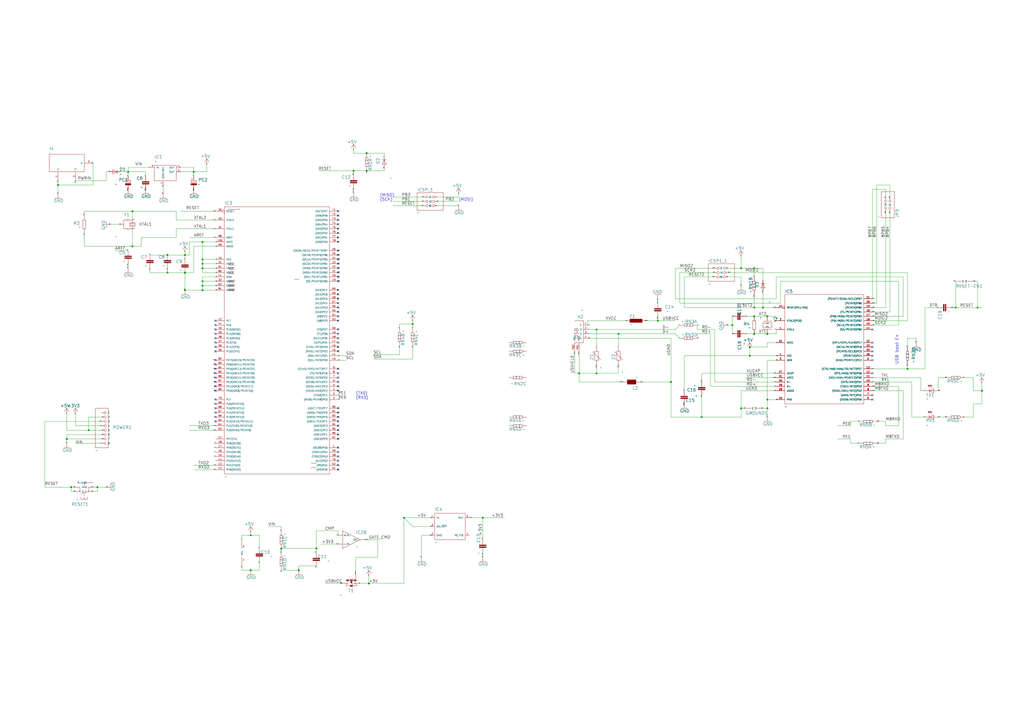
<source format=kicad_sch>
(kicad_sch (version 20230121) (generator eeschema)
  (paper "A2")
  (junction (at 437.515 178.435))
  (junction (at 434.975 206.375))
  (junction (at 554.355 178.435))
  (junction (at 97.155 158.115))
  (junction (at 56.515 282.575))
  (junction (at 239.395 187.96))
  (junction (at 117.475 153.035))
  (junction (at 442.595 178.435))
  (junction (at 569.595 226.695))
  (junction (at 437.515 183.515))
  (junction (at 76.835 142.875))
  (junction (at 74.295 99.695))
  (junction (at 567.055 178.435))
  (junction (at 346.075 191.135))
  (junction (at 183.515 318.135))
  (junction (at 33.655 107.315))
  (junction (at 381.635 186.055))
  (junction (at 429.895 236.855))
  (junction (at 97.155 147.955))
  (junction (at 358.775 193.675))
  (junction (at 445.135 193.675))
  (junction (at 163.195 318.135))
  (junction (at 117.475 150.495))
  (junction (at 437.515 193.675))
  (junction (at 234.315 300.355))
  (junction (at 107.315 147.955))
  (junction (at 389.255 221.615))
  (junction (at 437.515 155.575))
  (junction (at 429.895 155.575))
  (junction (at 107.315 158.115))
  (junction (at 117.475 168.275))
  (junction (at 51.435 249.555))
  (junction (at 526.415 213.995))
  (junction (at 407.035 241.935))
  (junction (at 112.395 99.695))
  (junction (at 335.915 216.535))
  (junction (at 280.035 300.355))
  (junction (at 173.355 330.835))
  (junction (at 212.725 88.9))
  (junction (at 424.815 188.595))
  (junction (at 145.415 310.515))
  (junction (at 41.275 282.575))
  (junction (at 117.475 140.335))
  (junction (at 117.475 155.575))
  (junction (at 117.475 163.195))
  (junction (at 346.075 216.535))
  (junction (at 445.135 183.515))
  (junction (at 117.475 165.735))
  (junction (at 38.735 254.635))
  (junction (at 212.725 99.06))
  (junction (at 107.315 168.275))
  (junction (at 434.975 201.295))
  (junction (at 445.135 236.855))
  (junction (at 205.105 99.06))
  (junction (at 145.415 330.835))
  (junction (at 213.995 338.455))
  (junction (at 76.835 122.555))
  (junction (at 445.135 231.775))
  (no_connect (at 196.215 198.755))
  (no_connect (at 125.095 241.935))
  (no_connect (at 196.215 145.415))
  (no_connect (at 196.215 267.335))
  (no_connect (at 506.095 229.235))
  (no_connect (at 125.095 208.915))
  (no_connect (at 506.095 231.775))
  (no_connect (at 196.215 137.795))
  (no_connect (at 196.215 249.555))
  (no_connect (at 125.095 191.135))
  (no_connect (at 196.215 173.355))
  (no_connect (at 196.215 196.215))
  (no_connect (at 196.215 183.515))
  (no_connect (at 196.215 269.875))
  (no_connect (at 196.215 244.475))
  (no_connect (at 196.215 158.115))
  (no_connect (at 196.215 247.015))
  (no_connect (at 196.215 163.195))
  (no_connect (at 196.215 203.835))
  (no_connect (at 125.095 219.075))
  (no_connect (at 196.215 213.995))
  (no_connect (at 506.095 191.135))
  (no_connect (at 196.215 175.895))
  (no_connect (at 125.095 221.615))
  (no_connect (at 196.215 160.655))
  (no_connect (at 196.215 236.855))
  (no_connect (at 196.215 254.635))
  (no_connect (at 196.215 216.535))
  (no_connect (at 196.215 155.575))
  (no_connect (at 196.215 201.295))
  (no_connect (at 196.215 224.155))
  (no_connect (at 196.215 153.035))
  (no_connect (at 125.095 196.215))
  (no_connect (at 196.215 135.255))
  (no_connect (at 196.215 191.135))
  (no_connect (at 125.095 201.295))
  (no_connect (at 196.215 147.955))
  (no_connect (at 196.215 122.555))
  (no_connect (at 125.095 244.475))
  (no_connect (at 196.215 219.075))
  (no_connect (at 125.095 213.995))
  (no_connect (at 196.215 127.635))
  (no_connect (at 125.095 216.535))
  (no_connect (at 196.215 221.615))
  (no_connect (at 196.215 186.055))
  (no_connect (at 196.215 226.695))
  (no_connect (at 196.215 130.175))
  (no_connect (at 506.095 203.835))
  (no_connect (at 196.215 180.975))
  (no_connect (at 125.095 236.855))
  (no_connect (at 125.095 239.395))
  (no_connect (at 196.215 170.815))
  (no_connect (at 196.215 150.495))
  (no_connect (at 506.095 206.375))
  (no_connect (at 196.215 132.715))
  (no_connect (at 196.215 178.435))
  (no_connect (at 196.215 193.675))
  (no_connect (at 196.215 140.335))
  (no_connect (at 125.095 226.695))
  (no_connect (at 125.095 193.675))
  (no_connect (at 125.095 188.595))
  (no_connect (at 506.095 216.535))
  (no_connect (at 125.095 211.455))
  (no_connect (at 125.095 186.055))
  (no_connect (at 196.215 262.255))
  (no_connect (at 506.095 208.915))
  (no_connect (at 125.095 198.755))
  (no_connect (at 196.215 125.095))
  (no_connect (at 196.215 252.095))
  (no_connect (at 125.095 234.315))
  (no_connect (at 196.215 241.935))
  (no_connect (at 125.095 224.155))
  (no_connect (at 196.215 239.395))
  (no_connect (at 196.215 168.275))
  (no_connect (at 196.215 264.795))
  (no_connect (at 125.095 203.835))
  (no_connect (at 506.095 201.295))
  (no_connect (at 506.095 198.755))
  (no_connect (at 196.215 272.415))
  (no_connect (at 125.095 231.775))
  (no_connect (at 196.215 259.715))
  (wire (pts (xy 498.475 257.175) (xy 493.395 257.175)))
  (wire (pts (xy 222.885 99.06) (xy 222.885 96.52)))
  (wire (pts (xy 335.915 216.535) (xy 335.915 221.615)))
  (wire (pts (xy 195.58 241.935) (xy 196.215 241.935)))
  (wire (pts (xy 56.515 285.115) (xy 56.515 282.575)))
  (wire (pts (xy 554.355 163.195) (xy 554.355 178.435)))
  (wire (pts (xy 559.435 219.075) (xy 564.515 219.075)))
  (wire (pts (xy 117.475 140.335) (xy 117.475 150.495)))
  (wire (pts (xy 163.195 318.135) (xy 163.195 320.675)))
  (wire (pts (xy 107.315 145.415) (xy 107.315 147.955)))
  (wire (pts (xy 195.58 173.355) (xy 196.215 173.355)))
  (wire (pts (xy 107.315 158.115) (xy 112.395 158.115)))
  (wire (pts (xy 59.055 241.935) (xy 51.435 241.935)))
  (wire (pts (xy 234.315 300.355) (xy 249.555 300.355)))
  (wire (pts (xy 358.775 216.535) (xy 358.775 211.455)))
  (wire (pts (xy 195.58 140.335) (xy 196.215 140.335)))
  (wire (pts (xy 526.415 196.215) (xy 531.495 196.215)))
  (wire (pts (xy 396.875 178.435) (xy 396.875 160.655)))
  (wire (pts (xy 117.475 150.495) (xy 125.095 150.495)))
  (wire (pts (xy 508.635 107.315) (xy 516.255 107.315)))
  (wire (pts (xy 107.315 158.115) (xy 107.315 168.275)))
  (wire (pts (xy 61.595 99.695) (xy 64.135 99.695)))
  (wire (pts (xy 526.415 211.455) (xy 526.415 213.995)))
  (wire (pts (xy 450.215 173.355) (xy 391.795 173.355)))
  (wire (pts (xy 97.155 147.955) (xy 107.315 147.955)))
  (wire (pts (xy 498.475 244.475) (xy 493.395 244.475)))
  (wire (pts (xy 564.515 163.195) (xy 567.055 163.195)))
  (wire (pts (xy 41.275 282.575) (xy 41.275 285.115)))
  (wire (pts (xy 523.875 226.695) (xy 506.095 226.695)))
  (wire (pts (xy 48.895 142.875) (xy 48.895 135.255)))
  (wire (pts (xy 231.775 190.5) (xy 231.775 187.96)))
  (wire (pts (xy 526.415 213.995) (xy 536.575 213.995)))
  (wire (pts (xy 567.055 163.195) (xy 567.055 178.435)))
  (wire (pts (xy 195.58 135.255) (xy 196.215 135.255)))
  (wire (pts (xy 569.595 221.615) (xy 569.595 226.695)))
  (wire (pts (xy 183.515 318.135) (xy 163.195 318.135)))
  (wire (pts (xy 76.835 142.875) (xy 76.835 132.715)))
  (wire (pts (xy 195.58 160.655) (xy 196.215 160.655)))
  (wire (pts (xy 450.215 221.615) (xy 414.655 221.615)))
  (wire (pts (xy 412.115 193.675) (xy 412.115 224.155)))
  (wire (pts (xy 195.58 213.995) (xy 196.215 213.995)))
  (wire (pts (xy 429.895 226.695) (xy 450.215 226.695)))
  (wire (pts (xy 335.915 221.615) (xy 361.315 221.615)))
  (wire (pts (xy 183.515 307.975) (xy 183.515 318.135)))
  (wire (pts (xy 391.795 173.355) (xy 391.795 155.575)))
  (wire (pts (xy 41.275 285.115) (xy 43.815 285.115)))
  (wire (pts (xy 117.475 168.275) (xy 125.095 168.275)))
  (wire (pts (xy 554.355 178.435) (xy 567.055 178.435)))
  (wire (pts (xy 53.975 285.115) (xy 56.515 285.115)))
  (wire (pts (xy 429.895 241.935) (xy 429.895 236.855)))
  (wire (pts (xy 150.495 310.515) (xy 150.495 318.135)))
  (wire (pts (xy 112.395 269.875) (xy 125.095 269.875)))
  (wire (pts (xy 26.035 282.575) (xy 26.035 244.475)))
  (wire (pts (xy 429.895 236.855) (xy 429.895 226.695)))
  (wire (pts (xy 422.275 155.575) (xy 429.895 155.575)))
  (wire (pts (xy 84.455 99.695) (xy 84.455 102.235)))
  (wire (pts (xy 407.035 229.235) (xy 407.035 241.935)))
  (wire (pts (xy 437.515 183.515) (xy 445.135 183.515)))
  (wire (pts (xy 205.105 99.06) (xy 212.725 99.06)))
  (wire (pts (xy 195.58 249.555) (xy 196.215 249.555)))
  (wire (pts (xy 41.275 282.575) (xy 43.815 282.575)))
  (wire (pts (xy 76.835 127.635) (xy 76.835 122.555)))
  (wire (pts (xy 104.775 99.695) (xy 112.395 99.695)))
  (wire (pts (xy 125.095 153.035) (xy 117.475 153.035)))
  (wire (pts (xy 69.215 99.695) (xy 74.295 99.695)))
  (wire (pts (xy 188.595 338.455) (xy 198.755 338.455)))
  (wire (pts (xy 38.735 252.095) (xy 38.735 254.635)))
  (wire (pts (xy 140.335 310.515) (xy 140.335 313.055)))
  (wire (pts (xy 56.515 282.575) (xy 61.595 282.575)))
  (wire (pts (xy 125.095 142.875) (xy 112.395 142.875)))
  (wire (pts (xy 150.495 330.835) (xy 150.495 325.755)))
  (wire (pts (xy 407.035 216.535) (xy 407.035 221.615)))
  (wire (pts (xy 404.495 188.595) (xy 404.495 191.135)))
  (wire (pts (xy 506.095 219.075) (xy 534.035 219.075)))
  (wire (pts (xy 140.335 330.835) (xy 140.335 328.295)))
  (wire (pts (xy 195.58 147.955) (xy 196.215 147.955)))
  (wire (pts (xy 117.475 150.495) (xy 117.475 153.035)))
  (wire (pts (xy 74.295 99.695) (xy 74.295 102.235)))
  (wire (pts (xy 429.895 160.655) (xy 429.895 165.735)))
  (wire (pts (xy 26.035 244.475) (xy 59.055 244.475)))
  (wire (pts (xy 374.015 186.055) (xy 381.635 186.055)))
  (wire (pts (xy 86.995 97.155) (xy 74.295 97.155)))
  (wire (pts (xy 222.885 88.9) (xy 222.885 91.44)))
  (wire (pts (xy 81.915 142.875) (xy 81.915 137.795)))
  (wire (pts (xy 381.635 175.895) (xy 381.635 173.355)))
  (wire (pts (xy 506.095 213.995) (xy 526.415 213.995)))
  (wire (pts (xy 450.215 193.675) (xy 450.215 191.135)))
  (wire (pts (xy 53.975 282.575) (xy 56.515 282.575)))
  (wire (pts (xy 104.775 97.155) (xy 112.395 97.155)))
  (wire (pts (xy 450.215 231.775) (xy 445.135 231.775)))
  (wire (pts (xy 508.635 257.175) (xy 513.715 257.175)))
  (wire (pts (xy 391.795 191.135) (xy 394.335 188.595)))
  (wire (pts (xy 396.875 178.435) (xy 437.515 178.435)))
  (wire (pts (xy 340.995 191.135) (xy 346.075 191.135)))
  (wire (pts (xy 86.995 147.955) (xy 97.155 147.955)))
  (wire (pts (xy 493.395 257.175) (xy 493.395 254.635)))
  (wire (pts (xy 183.515 318.135) (xy 183.515 320.675)))
  (wire (pts (xy 195.58 168.275) (xy 196.215 168.275)))
  (wire (pts (xy 117.475 155.575) (xy 117.475 158.115)))
  (wire (pts (xy 513.715 122.555) (xy 513.715 178.435)))
  (wire (pts (xy 59.055 247.015) (xy 43.815 247.015)))
  (wire (pts (xy 564.515 226.695) (xy 569.595 226.695)))
  (wire (pts (xy 102.235 137.795) (xy 81.915 137.795)))
  (wire (pts (xy 559.435 241.935) (xy 564.515 241.935)))
  (wire (pts (xy 404.495 196.215) (xy 404.495 193.675)))
  (wire (pts (xy 195.58 122.555) (xy 196.215 122.555)))
  (wire (pts (xy 437.515 178.435) (xy 442.595 178.435)))
  (wire (pts (xy 389.255 241.935) (xy 407.035 241.935)))
  (wire (pts (xy 239.395 305.435) (xy 249.555 305.435)))
  (wire (pts (xy 51.435 249.555) (xy 59.055 249.555)))
  (wire (pts (xy 358.775 201.295) (xy 358.775 193.675)))
  (wire (pts (xy 200.66 208.915) (xy 196.215 208.915)))
  (wire (pts (xy 48.895 125.095) (xy 48.895 122.555)))
  (wire (pts (xy 231.775 187.96) (xy 239.395 187.96)))
  (wire (pts (xy 358.775 193.675) (xy 391.795 193.675)))
  (wire (pts (xy 117.475 158.115) (xy 125.095 158.115)))
  (wire (pts (xy 396.875 206.375) (xy 434.975 206.375)))
  (wire (pts (xy 211.455 313.055) (xy 219.075 313.055)))
  (wire (pts (xy 76.835 142.875) (xy 81.915 142.875)))
  (wire (pts (xy 450.215 208.915) (xy 445.135 208.915)))
  (wire (pts (xy 33.655 107.315) (xy 33.655 112.395)))
  (wire (pts (xy 506.095 175.895) (xy 508.635 175.895)))
  (wire (pts (xy 513.715 244.475) (xy 513.715 247.015)))
  (wire (pts (xy 450.215 160.655) (xy 450.215 173.355)))
  (wire (pts (xy 74.295 99.695) (xy 84.455 99.695)))
  (wire (pts (xy 549.275 219.075) (xy 544.195 219.075)))
  (wire (pts (xy 205.105 88.9) (xy 205.105 86.36)))
  (wire (pts (xy 102.235 132.715) (xy 102.235 137.795)))
  (wire (pts (xy 212.725 99.06) (xy 222.885 99.06)))
  (wire (pts (xy 239.395 200.66) (xy 239.395 208.28)))
  (wire (pts (xy 117.475 165.735) (xy 117.475 168.275)))
  (wire (pts (xy 528.955 221.615) (xy 506.095 221.615)))
  (wire (pts (xy 432.435 183.515) (xy 437.515 183.515)))
  (wire (pts (xy 452.755 163.195) (xy 452.755 175.895)))
  (wire (pts (xy 485.775 247.015) (xy 493.395 247.015)))
  (wire (pts (xy 404.495 193.675) (xy 412.115 193.675)))
  (wire (pts (xy 389.255 196.215) (xy 389.255 221.615)))
  (wire (pts (xy 38.735 249.555) (xy 38.735 239.395)))
  (wire (pts (xy 125.095 137.795) (xy 109.855 137.795)))
  (wire (pts (xy 195.58 145.415) (xy 196.215 145.415)))
  (wire (pts (xy 196.215 315.595) (xy 186.055 315.595)))
  (wire (pts (xy 445.135 198.755) (xy 450.215 198.755)))
  (wire (pts (xy 43.815 257.175) (xy 59.055 257.175)))
  (wire (pts (xy 38.735 254.635) (xy 38.735 257.175)))
  (wire (pts (xy 422.275 160.655) (xy 429.895 160.655)))
  (wire (pts (xy 536.575 178.435) (xy 544.195 178.435)))
  (wire (pts (xy 371.475 221.615) (xy 389.255 221.615)))
  (wire (pts (xy 195.58 180.975) (xy 196.215 180.975)))
  (wire (pts (xy 43.815 247.015) (xy 43.815 239.395)))
  (wire (pts (xy 145.415 330.835) (xy 150.495 330.835)))
  (wire (pts (xy 346.075 216.535) (xy 358.775 216.535)))
  (wire (pts (xy 442.595 168.275) (xy 442.595 178.435)))
  (wire (pts (xy 163.195 330.835) (xy 173.355 330.835)))
  (wire (pts (xy 219.075 323.215) (xy 206.375 323.215)))
  (wire (pts (xy 173.355 328.295) (xy 183.515 328.295)))
  (wire (pts (xy 432.435 193.675) (xy 437.515 193.675)))
  (wire (pts (xy 266.065 114.3) (xy 253.365 114.3)))
  (wire (pts (xy 266.065 119.38) (xy 253.365 119.38)))
  (wire (pts (xy 429.895 155.575) (xy 429.895 147.955)))
  (wire (pts (xy 195.58 226.695) (xy 196.215 226.695)))
  (wire (pts (xy 195.58 153.035) (xy 196.215 153.035)))
  (wire (pts (xy 445.135 183.515) (xy 450.215 183.515)))
  (wire (pts (xy 195.58 175.895) (xy 196.215 175.895)))
  (wire (pts (xy 526.415 186.055) (xy 526.415 158.115)))
  (wire (pts (xy 195.58 186.055) (xy 196.215 186.055)))
  (wire (pts (xy 145.415 310.515) (xy 150.495 310.515)))
  (wire (pts (xy 513.715 178.435) (xy 506.095 178.435)))
  (wire (pts (xy 521.335 247.015) (xy 513.715 247.015)))
  (wire (pts (xy 213.995 338.455) (xy 213.995 333.375)))
  (wire (pts (xy 523.875 160.655) (xy 450.215 160.655)))
  (wire (pts (xy 424.815 188.595) (xy 424.815 193.675)))
  (wire (pts (xy 404.495 191.135) (xy 414.655 191.135)))
  (wire (pts (xy 506.095 183.515) (xy 523.875 183.515)))
  (wire (pts (xy 86.995 158.115) (xy 86.995 155.575)))
  (wire (pts (xy 445.135 236.855) (xy 445.135 241.935)))
  (wire (pts (xy 551.815 178.435) (xy 554.355 178.435)))
  (wire (pts (xy 513.715 109.855) (xy 506.095 109.855)))
  (wire (pts (xy 117.475 160.655) (xy 117.475 163.195)))
  (wire (pts (xy 450.215 183.515) (xy 450.215 186.055)))
  (wire (pts (xy 195.58 236.855) (xy 196.215 236.855)))
  (wire (pts (xy 544.195 219.075) (xy 544.195 226.695)))
  (wire (pts (xy 564.515 219.075) (xy 564.515 226.695)))
  (wire (pts (xy 429.895 155.575) (xy 437.515 155.575)))
  (wire (pts (xy 280.035 300.355) (xy 292.735 300.355)))
  (wire (pts (xy 516.255 180.975) (xy 516.255 122.555)))
  (wire (pts (xy 205.105 101.6) (xy 205.105 99.06)))
  (wire (pts (xy 245.745 119.38) (xy 227.965 119.38)))
  (wire (pts (xy 335.915 203.835) (xy 335.915 216.535)))
  (wire (pts (xy 521.335 188.595) (xy 521.335 163.195)))
  (wire (pts (xy 531.495 198.755) (xy 531.495 196.215)))
  (wire (pts (xy 434.975 206.375) (xy 434.975 201.295)))
  (wire (pts (xy 412.115 224.155) (xy 450.215 224.155)))
  (wire (pts (xy 513.715 114.935) (xy 513.715 109.855)))
  (wire (pts (xy 107.315 147.955) (xy 109.855 147.955)))
  (wire (pts (xy 244.475 310.515) (xy 244.475 323.215)))
  (wire (pts (xy 195.58 127.635) (xy 196.215 127.635)))
  (wire (pts (xy 195.58 254.635) (xy 196.215 254.635)))
  (wire (pts (xy 195.58 170.815) (xy 196.215 170.815)))
  (wire (pts (xy 38.735 249.555) (xy 51.435 249.555)))
  (wire (pts (xy 109.855 249.555) (xy 125.095 249.555)))
  (wire (pts (xy 450.215 216.535) (xy 407.035 216.535)))
  (wire (pts (xy 74.295 145.415) (xy 66.675 145.415)))
  (wire (pts (xy 74.295 97.155) (xy 74.295 99.695)))
  (wire (pts (xy 389.255 221.615) (xy 389.255 241.935)))
  (wire (pts (xy 102.235 122.555) (xy 102.235 127.635)))
  (wire (pts (xy 184.785 99.06) (xy 205.105 99.06)))
  (wire (pts (xy 125.095 160.655) (xy 117.475 160.655)))
  (wire (pts (xy 508.635 175.895) (xy 508.635 107.315)))
  (wire (pts (xy 195.58 252.095) (xy 196.215 252.095)))
  (wire (pts (xy 112.395 272.415) (xy 125.095 272.415)))
  (wire (pts (xy 534.035 226.695) (xy 536.575 226.695)))
  (wire (pts (xy 125.095 165.735) (xy 117.475 165.735)))
  (wire (pts (xy 424.815 183.515) (xy 424.815 188.595)))
  (wire (pts (xy 272.415 300.355) (xy 280.035 300.355)))
  (wire (pts (xy 346.075 191.135) (xy 391.795 191.135)))
  (wire (pts (xy 396.875 160.655) (xy 414.655 160.655)))
  (wire (pts (xy 102.235 127.635) (xy 125.095 127.635)))
  (wire (pts (xy 381.635 186.055) (xy 381.635 183.515)))
  (wire (pts (xy 513.715 257.175) (xy 513.715 254.635)))
  (wire (pts (xy 195.58 239.395) (xy 196.215 239.395)))
  (wire (pts (xy 38.735 254.635) (xy 59.055 254.635)))
  (wire (pts (xy 528.955 241.935) (xy 528.955 221.615)))
  (wire (pts (xy 43.815 104.775) (xy 61.595 104.775)))
  (wire (pts (xy 195.58 201.295) (xy 196.215 201.295)))
  (wire (pts (xy 195.58 137.795) (xy 196.215 137.795)))
  (wire (pts (xy 340.995 186.055) (xy 363.855 186.055)))
  (wire (pts (xy 76.835 122.555) (xy 102.235 122.555)))
  (wire (pts (xy 213.995 338.455) (xy 234.315 338.455)))
  (wire (pts (xy 506.095 180.975) (xy 516.255 180.975)))
  (wire (pts (xy 155.575 305.435) (xy 163.195 305.435)))
  (wire (pts (xy 196.215 310.515) (xy 196.215 307.975)))
  (wire (pts (xy 340.995 188.595) (xy 340.995 186.055)))
  (wire (pts (xy 394.335 158.115) (xy 414.655 158.115)))
  (wire (pts (xy 391.795 193.675) (xy 394.335 196.215)))
  (wire (pts (xy 59.055 252.095) (xy 38.735 252.095)))
  (wire (pts (xy 195.58 125.095) (xy 196.215 125.095)))
  (wire (pts (xy 195.58 132.715) (xy 196.215 132.715)))
  (wire (pts (xy 445.135 208.915) (xy 445.135 231.775)))
  (wire (pts (xy 231.775 205.74) (xy 231.775 200.66)))
  (wire (pts (xy 396.875 206.375) (xy 396.875 226.695)))
  (wire (pts (xy 253.365 116.84) (xy 266.065 116.84)))
  (wire (pts (xy 205.105 109.22) (xy 205.105 111.76)))
  (wire (pts (xy 340.995 193.675) (xy 358.775 193.675)))
  (wire (pts (xy 231.775 205.74) (xy 216.535 205.74)))
  (wire (pts (xy 508.635 244.475) (xy 513.715 244.475)))
  (wire (pts (xy 195.58 158.115) (xy 196.215 158.115)))
  (wire (pts (xy 140.335 310.515) (xy 145.415 310.515)))
  (wire (pts (xy 513.715 254.635) (xy 523.875 254.635)))
  (wire (pts (xy 437.515 155.575) (xy 437.515 160.655)))
  (wire (pts (xy 437.515 193.675) (xy 445.135 193.675)))
  (wire (pts (xy 206.375 323.215) (xy 206.375 333.375)))
  (wire (pts (xy 391.795 155.575) (xy 414.655 155.575)))
  (wire (pts (xy 432.435 219.075) (xy 450.215 219.075)))
  (wire (pts (xy 195.58 150.495) (xy 196.215 150.495)))
  (wire (pts (xy 523.875 183.515) (xy 523.875 160.655)))
  (wire (pts (xy 86.995 158.115) (xy 97.155 158.115)))
  (wire (pts (xy 64.135 130.175) (xy 69.215 130.175)))
  (wire (pts (xy 33.655 104.775) (xy 33.655 107.315)))
  (wire (pts (xy 212.725 88.9) (xy 222.885 88.9)))
  (wire (pts (xy 195.58 272.415) (xy 196.215 272.415)))
  (wire (pts (xy 195.58 203.835) (xy 196.215 203.835)))
  (wire (pts (xy 117.475 153.035) (xy 117.475 155.575)))
  (wire (pts (xy 48.895 122.555) (xy 76.835 122.555)))
  (wire (pts (xy 536.575 213.995) (xy 536.575 178.435)))
  (wire (pts (xy 333.375 216.535) (xy 335.915 216.535)))
  (wire (pts (xy 521.335 224.155) (xy 521.335 247.015)))
  (wire (pts (xy 523.875 254.635) (xy 523.875 226.695)))
  (wire (pts (xy 104.775 122.555) (xy 125.095 122.555)))
  (wire (pts (xy 48.895 142.875) (xy 76.835 142.875)))
  (wire (pts (xy 163.195 305.435) (xy 163.195 307.975)))
  (wire (pts (xy 389.255 196.215) (xy 340.995 196.215)))
  (wire (pts (xy 26.035 282.575) (xy 41.275 282.575)))
  (wire (pts (xy 112.395 99.695) (xy 120.015 99.695)))
  (wire (pts (xy 145.415 307.975) (xy 145.415 310.515)))
  (wire (pts (xy 442.595 155.575) (xy 442.595 163.195)))
  (wire (pts (xy 208.915 338.455) (xy 213.995 338.455)))
  (wire (pts (xy 493.395 254.635) (xy 485.775 254.635)))
  (wire (pts (xy 51.435 241.935) (xy 51.435 249.555)))
  (wire (pts (xy 493.395 244.475) (xy 493.395 247.015)))
  (wire (pts (xy 422.275 188.595) (xy 424.815 188.595)))
  (wire (pts (xy 125.095 155.575) (xy 117.475 155.575)))
  (wire (pts (xy 97.155 155.575) (xy 97.155 158.115)))
  (wire (pts (xy 173.355 330.835) (xy 173.355 328.295)))
  (wire (pts (xy 414.655 191.135) (xy 414.655 221.615)))
  (wire (pts (xy 205.105 88.9) (xy 212.725 88.9)))
  (wire (pts (xy 346.075 216.535) (xy 346.075 211.455)))
  (wire (pts (xy 195.58 178.435) (xy 196.215 178.435)))
  (wire (pts (xy 452.755 175.895) (xy 394.335 175.895)))
  (wire (pts (xy 125.095 132.715) (xy 102.235 132.715)))
  (wire (pts (xy 445.135 193.675) (xy 450.215 193.675)))
  (wire (pts (xy 569.595 226.695) (xy 569.595 234.315)))
  (wire (pts (xy 407.035 241.935) (xy 429.895 241.935)))
  (wire (pts (xy 567.055 178.435) (xy 569.595 178.435)))
  (wire (pts (xy 445.135 231.775) (xy 445.135 236.855)))
  (wire (pts (xy 195.58 163.195) (xy 196.215 163.195)))
  (wire (pts (xy 94.615 107.315) (xy 94.615 112.395)))
  (wire (pts (xy 239.395 208.28) (xy 216.535 208.28)))
  (wire (pts (xy 200.66 206.375) (xy 196.215 206.375)))
  (wire (pts (xy 239.395 187.96) (xy 239.395 190.5)))
  (wire (pts (xy 506.095 188.595) (xy 521.335 188.595)))
  (wire (pts (xy 506.095 186.055) (xy 526.415 186.055)))
  (wire (pts (xy 432.435 236.855) (xy 429.895 236.855)))
  (wire (pts (xy 549.275 241.935) (xy 544.195 241.935)))
  (wire (pts (xy 53.975 107.315) (xy 53.975 94.615)))
  (wire (pts (xy 107.315 168.275) (xy 117.475 168.275)))
  (wire (pts (xy 219.075 313.055) (xy 219.075 323.215)))
  (wire (pts (xy 266.065 111.76) (xy 266.065 114.3)))
  (wire (pts (xy 117.475 163.195) (xy 117.475 165.735)))
  (wire (pts (xy 195.58 247.015) (xy 196.215 247.015)))
  (wire (pts (xy 521.335 163.195) (xy 452.755 163.195)))
  (wire (pts (xy 125.095 163.195) (xy 117.475 163.195)))
  (wire (pts (xy 195.58 191.135) (xy 196.215 191.135)))
  (wire (pts (xy 234.315 300.355) (xy 239.395 305.435)))
  (wire (pts (xy 335.915 216.535) (xy 346.075 216.535)))
  (wire (pts (xy 97.155 158.115) (xy 107.315 158.115)))
  (wire (pts (xy 394.335 175.895) (xy 394.335 158.115)))
  (wire (pts (xy 239.395 185.42) (xy 239.395 187.96)))
  (wire (pts (xy 120.015 99.695) (xy 120.015 94.615)))
  (wire (pts (xy 140.335 330.835) (xy 145.415 330.835)))
  (wire (pts (xy 506.095 109.855) (xy 506.095 173.355)))
  (wire (pts (xy 445.135 201.295) (xy 445.135 198.755)))
  (wire (pts (xy 245.745 116.84) (xy 227.965 116.84)))
  (wire (pts (xy 528.955 241.935) (xy 536.575 241.935)))
  (wire (pts (xy 442.595 178.435) (xy 450.215 178.435)))
  (wire (pts (xy 249.555 310.515) (xy 244.475 310.515)))
  (wire (pts (xy 569.595 234.315) (xy 564.515 234.315)))
  (wire (pts (xy 534.035 219.075) (xy 534.035 226.695)))
  (wire (pts (xy 195.58 269.875) (xy 196.215 269.875)))
  (wire (pts (xy 107.315 147.955) (xy 107.315 150.495)))
  (wire (pts (xy 117.475 140.335) (xy 125.095 140.335)))
  (wire (pts (xy 437.515 155.575) (xy 442.595 155.575)))
  (wire (pts (xy 196.215 307.975) (xy 183.515 307.975)))
  (wire (pts (xy 280.035 300.355) (xy 280.035 313.055)))
  (wire (pts (xy 112.395 97.155) (xy 112.395 99.695)))
  (wire (pts (xy 109.855 147.955) (xy 109.855 140.335)))
  (wire (pts (xy 333.375 216.535) (xy 333.375 203.835)))
  (wire (pts (xy 526.415 201.295) (xy 526.415 196.215)))
  (wire (pts (xy 109.855 140.335) (xy 117.475 140.335)))
  (wire (pts (xy 526.415 158.115) (xy 422.275 158.115)))
  (wire (pts (xy 506.095 224.155) (xy 521.335 224.155)))
  (wire (pts (xy 195.58 155.575) (xy 196.215 155.575)))
  (wire (pts (xy 516.255 107.315) (xy 516.255 114.935)))
  (wire (pts (xy 227.965 114.3) (xy 245.745 114.3)))
  (wire (pts (xy 442.595 236.855) (xy 445.135 236.855)))
  (wire (pts (xy 61.595 104.775) (xy 61.595 99.695)))
  (wire (pts (xy 280.035 320.675) (xy 280.035 323.215)))
  (wire (pts (xy 434.975 206.375) (xy 450.215 206.375)))
  (wire (pts (xy 346.075 201.295) (xy 346.075 191.135)))
  (wire (pts (xy 195.58 259.715) (xy 196.215 259.715)))
  (wire (pts (xy 437.515 170.815) (xy 437.515 178.435)))
  (wire (pts (xy 564.515 241.935) (xy 564.515 234.315)))
  (wire (pts (xy 195.58 224.155) (xy 196.215 224.155)))
  (wire (pts (xy 109.855 247.015) (xy 125.095 247.015)))
  (wire (pts (xy 434.975 201.295) (xy 445.135 201.295)))
  (wire (pts (xy 195.58 183.515) (xy 196.215 183.515)))
  (wire (pts (xy 195.58 244.475) (xy 196.215 244.475)))
  (wire (pts (xy 33.655 107.315) (xy 53.975 107.315)))
  (wire (pts (xy 112.395 142.875) (xy 112.395 158.115)))
  (wire (pts (xy 381.635 186.055) (xy 391.795 186.055)))
  (wire (pts (xy 195.58 130.175) (xy 196.215 130.175)))
  (wire (pts (xy 112.395 99.695) (xy 112.395 102.235)))
  (wire (pts (xy 234.315 338.455) (xy 234.315 300.355)))
  (wire (pts (xy 74.295 155.575) (xy 74.295 153.035)))
  (text "(TX0)" (at 206.375 229.235 0) (effects (font (size 1.6764 1.6764)) (justify left bottom)))
  (text "(MISO)" (at 220.345 114.3 0) (effects (font (size 1.6764 1.6764)) (justify left bottom)))
  (text "(SCK)" (at 220.345 116.84 0) (effects (font (size 1.6764 1.6764)) (justify left bottom)))
  (text "(MOSI)" (at 266.065 116.84 0) (effects (font (size 1.6764 1.6764)) (justify left bottom)))
  (text "USB boot En" (at 521.335 211.455 90) (effects (font (size 1.778 1.778)) (justify left bottom)))
  (text "(RX0)" (at 206.375 231.775 0) (effects (font (size 1.6764 1.6764)) (justify left bottom)))
  (label "PL0" (at 125.095 226.695 180) (effects (font (size 0.254 0.254))))
  (label "XT2" (at 432.435 183.515 0) (effects (font (size 0.254 0.254))))
  (label "+5V" (at 125.095 158.115 0) (effects (font (size 0.254 0.254))))
  (label "PL5" (at 196.215 173.355 180) (effects (font (size 0.254 0.254))))
  (label "PE1" (at 498.475 257.175 180) (effects (font (size 0.254 0.254))))
  (label "PL3" (at 196.215 178.435 180) (effects (font (size 0.254 0.254))))
  (label "PL0" (at 196.215 254.635 180) (effects (font (size 0.254 0.254))))
  (label "+5V" (at 107.315 145.415 270) (effects (font (size 0.254 0.254))))
  (label "GND" (at 424.815 193.675 0) (effects (font (size 0.254 0.254))))
  (label "8PB5" (at 513.715 137.795 90) (effects (font (size 1.651 1.651))))
  (label "PC7" (at 195.58 168.275 0) (effects (font (size 0.254 0.254))))
  (label "GND" (at 381.635 173.355 270) (effects (font (size 0.254 0.254))))
  (label "USHIELD" (at 361.315 221.615 180) (effects (font (size 0.254 0.254))))
  (label "TXD2" (at 114.935 269.875 0) (effects (font (size 1.651 1.651))))
  (label "8PB6" (at 508.635 137.795 90) (effects (font (size 1.651 1.651))))
  (label "PL4" (at 196.215 130.175 180) (effects (font (size 0.254 0.254))))
  (label "PA3" (at 195.58 155.575 0) (effects (font (size 0.254 0.254))))
  (label "MISO2" (at 506.095 183.515 0) (effects (font (size 0.254 0.254))))
  (label "+3V3" (at 59.055 247.015 180) (effects (font (size 0.254 0.254))))
  (label "PC5" (at 195.58 173.355 0) (effects (font (size 0.254 0.254))))
  (label "PL4" (at 196.215 244.475 180) (effects (font (size 0.254 0.254))))
  (label "PL0" (at 196.215 226.695 180) (effects (font (size 0.254 0.254))))
  (label "N$55" (at 544.195 226.695 0) (effects (font (size 0.254 0.254))))
  (label "UGND" (at 389.255 206.375 90) (effects (font (size 1.651 1.651))))
  (label "ADC3" (at 195.58 247.015 0) (effects (font (size 0.254 0.254))))
  (label "PL1" (at 196.215 183.515 180) (effects (font (size 0.254 0.254))))
  (label "TXL" (at 536.575 226.695 180) (effects (font (size 0.254 0.254))))
  (label "PA3" (at 195.58 132.715 0) (effects (font (size 0.254 0.254))))
  (label "SCK2" (at 507.365 188.595 0) (effects (font (size 1.651 1.651))))
  (label "RESET" (at 205.105 101.6 90) (effects (font (size 0.254 0.254))))
  (label "AREF" (at 112.395 137.795 0) (effects (font (size 1.651 1.651))))
  (label "PL3" (at 196.215 155.575 180) (effects (font (size 0.254 0.254))))
  (label "AREF" (at 125.095 137.795 180) (effects (font (size 0.254 0.254))))
  (label "PC1" (at 195.58 183.515 0) (effects (font (size 0.254 0.254))))
  (label "GND" (at 150.495 325.755 270) (effects (font (size 0.254 0.254))))
  (label "RESET" (at 233.045 119.38 0) (effects (font (size 1.651 1.651))))
  (label "RESET" (at 184.785 99.06 0) (effects (font (size 1.5748 1.5748))))
  (label "XT1" (at 445.135 193.675 270) (effects (font (size 0.254 0.254))))
  (label "TXD2" (at 125.095 269.875 180) (effects (font (size 0.254 0.254))))
  (label "PA7" (at 195.58 122.555 0) (effects (font (size 0.254 0.254))))
  (label "PL6" (at 196.215 125.095 180) (effects (font (size 0.254 0.254))))
  (label "+3V3" (at 186.69 315.595 0) (effects (font (size 1.651 1.651))))
  (label "RESET" (at 212.725 99.06 270) (effects (font (size 0.254 0.254))))
  (label "VUCAP" (at 450.215 216.535 180) (effects (font (size 0.254 0.254))))
  (label "UGND" (at 371.475 221.615 0) (effects (font (size 0.254 0.254))))
  (label "PL4" (at 125.095 234.315 180) (effects (font (size 0.254 0.254))))
  (label "8PB4" (at 506.095 180.975 0) (effects (font (size 0.254 0.254))))
  (label "PB7" (at 196.215 145.415 0) (effects (font (size 0.254 0.254))))
  (label "RESET" (at 125.095 122.555 180) (effects (font (size 0.254 0.254))))
  (label "PL5" (at 196.215 241.935 180) (effects (font (size 0.254 0.254))))
  (label "MISO2" (at 414.655 155.575 180) (effects (font (size 0.254 0.254))))
  (label "MISO2" (at 394.335 155.575 0) (effects (font (size 1.651 1.651))))
  (label "RXD3" (at 125.095 249.555 180) (effects (font (size 0.254 0.254))))
  (label "RD-" (at 404.495 188.595 0) (effects (font (size 0.254 0.254))))
  (label "SDA" (at 239.395 200.66 270) (effects (font (size 0.254 0.254))))
  (label "PL4" (at 196.215 153.035 180) (effects (font (size 0.254 0.254))))
  (label "PL1" (at 196.215 137.795 180) (effects (font (size 0.254 0.254))))
  (label "RESET" (at 556.895 178.435 0) (effects (font (size 1.651 1.651))))
  (label "PC3" (at 195.58 178.435 0) (effects (font (size 0.254 0.254))))
  (label "PE1" (at 196.215 229.235 0) (effects (font (size 1.5748 1.5748))))
  (label "+5V" (at 396.875 226.695 90) (effects (font (size 0.254 0.254))))
  (label "GND" (at 145.415 330.835 90) (effects (font (size 0.254 0.254))))
  (label "GND" (at 125.095 160.655 0) (effects (font (size 0.254 0.254))))
  (label "D-" (at 346.075 201.295 90) (effects (font (size 0.254 0.254))))
  (label "SDA" (at 200.66 206.375 0) (effects (font (size 1.651 1.651))))
  (label "USHIELD" (at 333.375 216.535 90) (effects (font (size 1.651 1.651))))
  (label "+5V" (at 239.395 190.5 90) (effects (font (size 0.254 0.254))))
  (label "PL3" (at 125.095 219.075 180) (effects (font (size 0.254 0.254))))
  (label "+5V" (at 86.995 147.955 90) (effects (font (size 0.254 0.254))))
  (label "PD7" (at 195.58 191.135 0) (effects (font (size 0.254 0.254))))
  (label "VIN" (at 86.995 97.155 180) (effects (font (size 0.254 0.254))))
  (label "DTR" (at 506.095 213.995 0) (effects (font (size 0.254 0.254))))
  (label "PE1" (at 196.215 229.235 0) (effects (font (size 0.254 0.254))))
  (label "GND" (at 450.215 208.915 0) (effects (font (size 0.254 0.254))))
  (label "GND" (at 526.415 201.295 90) (effects (font (size 0.254 0.254))))
  (label "UGND" (at 432.435 226.695 0) (effects (font (size 1.651 1.651))))
  (label "PD7" (at 195.58 213.995 0) (effects (font (size 0.254 0.254))))
  (label "USBVCC" (at 188.595 338.455 0) (effects (font (size 1.651 1.651))))
  (label "RESET" (at 564.515 163.195 0) (effects (font (size 0.254 0.254))))
  (label "PL2" (at 196.215 221.615 180) (effects (font (size 0.254 0.254))))
  (label "PL2" (at 196.215 249.555 180) (effects (font (size 0.254 0.254))))
  (label "ADC10" (at 125.095 221.615 180) (effects (font (size 0.254 0.254))))
  (label "M8TXD" (at 506.095 226.695 0) (effects (font (size 0.254 0.254))))
  (label "PA4" (at 195.58 130.175 0) (effects (font (size 0.254 0.254))))
  (label "USBVCC" (at 374.015 186.055 0) (effects (font (size 0.254 0.254))))
  (label "8PB5" (at 513.715 122.555 270) (effects (font (size 0.254 0.254))))
  (label "+3V3" (at 43.815 239.395 270) (effects (font (size 0.254 0.254))))
  (label "PH5" (at 125.095 259.715 180) (effects (font (size 0.254 0.254))))
  (label "M8TXD" (at 513.715 254.635 0) (effects (font (size 1.651 1.651))))
  (label "ADC8" (at 125.095 226.695 180) (effects (font (size 0.254 0.254))))
  (label "+5V" (at 205.105 86.36 270) (effects (font (size 0.254 0.254))))
  (label "XT1" (at 432.435 193.675 0) (effects (font (size 0.254 0.254))))
  (label "PL6" (at 125.095 188.595 180) (effects (font (size 0.254 0.254))))
  (label "PL4" (at 196.215 175.895 180) (effects (font (size 0.254 0.254))))
  (label "GND" (at 280.035 320.675 270) (effects (font (size 0.254 0.254))))
  (label "GND" (at 112.395 109.855 90) (effects (font (size 0.254 0.254))))
  (label "GND" (at 64.135 130.175 180) (effects (font (size 0.254 0.254))))
  (label "VIN" (at 59.055 257.175 180) (effects (font (size 0.254 0.254))))
  (label "GND" (at 163.195 330.835 270) (effects (font (size 0.254 0.254))))
  (label "XT2" (at 445.135 183.515 90) (effects (font (size 0.254 0.254))))
  (label "VIN" (at 78.359 96.52 0) (effects (font (size 1.651 1.651))))
  (label "UGND" (at 340.995 196.215 0) (effects (font (size 0.254 0.254))))
  (label "PB3" (at 245.745 114.3 180) (effects (font (size 0.254 0.254))))
  (label "PL5" (at 196.215 259.715 180) (effects (font (size 0.254 0.254))))
  (label "DTR" (at 526.415 211.455 270) (effects (font (size 0.254 0.254))))
  (label "+5V" (at 120.015 94.615 270) (effects (font (size 0.254 0.254))))
  (label "VIN" (at 163.195 307.975 90) (effects (font (size 0.254 0.254))))
  (label "+5V" (at 213.995 333.375 270) (effects (font (size 0.254 0.254))))
  (label "PA5" (at 195.58 127.635 0) (effects (font (size 0.254 0.254))))
  (label "+3V3" (at 272.415 300.355 0) (effects (font (size 0.254 0.254))))
  (label "RESET2" (at 442.595 168.275 270) (effects (font (size 0.254 0.254))))
  (label "PC2" (at 195.58 180.975 0) (effects (font (size 0.254 0.254))))
  (label "SCL" (at 216.535 205.74 0) (effects (font (size 1.651 1.651))))
  (label "GND" (at 61.595 282.575 0) (effects (font (size 0.254 0.254))))
  (label "8PB7" (at 506.095 137.795 90) (effects (font (size 1.651 1.651))))
  (label "PA5" (at 195.58 150.495 0) (effects (font (size 0.254 0.254))))
  (label "CMP" (at 163.195 318.135 270) (effects (font (size 0.254 0.254))))
  (label "PL2" (at 125.095 198.755 180) (effects (font (size 0.254 0.254))))
  (label "D+" (at 340.995 193.675 0) (effects (font (size 0.254 0.254))))
  (label "RESET" (at 26.035 281.94 0) (effects (font (size 1.651 1.651))))
  (label "PL6" (at 196.215 239.395 180) (effects (font (size 0.254 0.254))))
  (label "PD7" (at 195.58 259.715 0) (effects (font (size 0.254 0.254))))
  (label "+5V" (at 249.555 300.355 0) (effects (font (size 0.254 0.254))))
  (label "PB6" (at 196.215 147.955 0) (effects (font (size 0.254 0.254))))
  (label "ADC5" (at 195.58 241.935 0) (effects (font (size 0.254 0.254))))
  (label "PL2" (at 125.095 239.395 180) (effects (font (size 0.254 0.254))))
  (label "PB2" (at 253.365 116.84 0) (effects (font (size 0.254 0.254))))
  (label "GND" (at 69.215 130.175 0) (effects (font (size 0.254 0.254))))
  (label "UGND" (at 432.435 236.855 180) (effects (font (size 0.254 0.254))))
  (label "GND" (at 422.275 160.655 180) (effects (font (size 0.254 0.254))))
  (label "RD+" (at 407.035 193.675 0) (effects (font (size 1.651 1.651))))
  (label "USHIELD" (at 358.775 211.455 270) (effects (font (size 0.254 0.254))))
  (label "GATE_CMD" (at 213.995 313.055 0) (effects (font (size 1.651 1.651))))
  (label "RD+" (at 450.215 224.155 180) (effects (font (size 0.254 0.254))))
  (label "GND" (at 424.815 183.515 0) (effects (font (size 0.254 0.254))))
  (label "ADC1" (at 195.58 252.095 0) (effects (font (size 0.254 0.254))))
  (label "8PB4" (at 516.255 122.555 270) (effects (font (size 0.254 0.254))))
  (label "RESET" (at 222.885 96.52 270) (effects (font (size 0.254 0.254))))
  (label "+5V" (at 107.315 150.495 90) (effects (font (size 0.254 0.254))))
  (label "PL2" (at 196.215 267.335 180) (effects (font (size 0.254 0.254))))
  (label "RESET2" (at 399.415 160.655 0) (effects (font (size 1.651 1.651))))
  (label "PL3" (at 196.215 264.795 180) (effects (font (size 0.254 0.254))))
  (label "GND" (at 173.355 330.835 90) (effects (font (size 0.254 0.254))))
  (label "TXD1" (at 195.58 269.875 0) (effects (font (size 0.254 0.254))))
  (label "PC6" (at 195.58 170.815 0) (effects (font (size 0.254 0.254))))
  (label "PL1" (at 125.095 201.295 180) (effects (font (size 0.254 0.254))))
  (label "PA0" (at 195.58 163.195 0) (effects (font (size 0.254 0.254))))
  (label "ADC0" (at 195.58 254.635 0) (effects (font (size 0.254 0.254))))
  (label "+5V" (at 437.515 160.655 90) (effects (font (size 0.254 0.254))))
  (label "N$54" (at 544.195 241.935 0) (effects (font (size 0.254 0.254))))
  (label "XTAL1" (at 125.095 132.715 180) (effects (font (size 0.254 0.254))))
  (label "CMP" (at 188.595 307.975 0) (effects (font (size 1.651 1.651))))
  (label "+5V" (at 231.775 190.5 90) (effects (font (size 0.254 0.254))))
  (label "PWRIN" (at 45.085 104.775 0) (effects (font (size 1.651 1.651))))
  (label "PE0" (at 498.475 244.475 180) (effects (font (size 0.254 0.254))))
  (label "USBVCC" (at 450.215 219.075 180) (effects (font (size 0.254 0.254))))
  (label "ADC14" (at 125.095 211.455 180) (effects (font (size 0.254 0.254))))
  (label "PL5" (at 125.095 191.135 180) (effects (font (size 0.254 0.254))))
  (label "XTAL2" (at 48.895 125.095 90) (effects (font (size 0.254 0.254))))
  (label "SCL" (at 231.775 200.66 270) (effects (font (size 0.254 0.254))))
  (label "TXD3" (at 114.935 247.015 0) (effects (font (size 1.651 1.651))))
  (label "GND" (at 112.395 109.855 270) (effects (font (size 0.254 0.254))))
  (label "+3V3" (at 196.215 315.595 180) (effects (font (size 0.254 0.254))))
  (label "PL0" (at 196.215 140.335 180) (effects (font (size 0.254 0.254))))
  (label "ADC12" (at 125.095 216.535 180) (effects (font (size 0.254 0.254))))
  (label "GND" (at 74.295 153.035 270) (effects (font (size 0.254 0.254))))
  (label "ADC2" (at 195.58 249.555 0) (effects (font (size 0.254 0.254))))
  (label "PL4" (at 196.215 193.675 180) (effects (font (size 0.254 0.254))))
  (label "VUCAP" (at 407.035 221.615 90) (effects (font (size 0.254 0.254))))
  (label "GND" (at 266.065 119.38 90) (effects (font (size 0.254 0.254))))
  (label "CMP" (at 163.195 320.675 90) (effects (font (size 0.254 0.254))))
  (label "+3V3" (at 285.115 300.355 0) (effects (font (size 1.651 1.651))))
  (label "RESET2" (at 437.515 170.815 270) (effects (font (size 0.254 0.254))))
  (label "DTR" (at 544.195 178.435 180) (effects (font (size 0.254 0.254))))
  (label "GND" (at 396.875 234.315 90) (effects (font (size 0.254 0.254))))
  (label "PL1" (at 125.095 241.935 180) (effects (font (size 0.254 0.254))))
  (label "XVCC" (at 363.855 186.055 180) (effects (font (size 0.254 0.254))))
  (label "GND" (at 74.295 109.855 90) (effects (font (size 0.254 0.254))))
  (label "GND" (at 94.615 107.315 270) (effects (font (size 0.254 0.254))))
  (label "PL0" (at 125.095 244.475 180) (effects (font (size 0.254 0.254))))
  (label "USBVCC" (at 381.635 183.515 270) (effects (font (size 0.254 0.254))))
  (label "UGND" (at 407.035 229.235 270) (effects (font (size 0.254 0.254))))
  (label "PL5" (at 125.095 231.775 180) (effects (font (size 0.254 0.254))))
  (label "PL2" (at 196.215 135.255 180) (effects (font (size 0.254 0.254))))
  (label "+5V" (at 104.775 97.155 180) (effects (font (size 0.254 0.254))))
  (label "RD-" (at 407.035 191.135 0) (effects (font (size 1.651 1.651))))
  (label "M8TXD" (at 508.635 257.175 0) (effects (font (size 0.254 0.254))))
  (label "XVCC" (at 351.155 186.055 0) (effects (font (size 1.651 1.651))))
  (label "DTR" (at 539.115 178.435 0) (effects (font (size 1.651 1.651))))
  (label "VIN" (at 43.815 257.81 0) (effects (font (size 1.651 1.651))))
  (label "+5V" (at 266.065 111.76 270) (effects (font (size 0.254 0.254))))
  (label "GND" (at 140.335 328.295 270) (effects (font (size 0.254 0.254))))
  (label "SCK2" (at 506.095 188.595 0) (effects (font (size 0.254 0.254))))
  (label "TXD1" (at 195.58 224.155 0) (effects (font (size 0.254 0.254))))
  (label "PL2" (at 125.095 221.615 180) (effects (font (size 0.254 0.254))))
  (label "D-" (at 394.335 188.595 180) (effects (font (size 0.254 0.254))))
  (label "ADC4" (at 195.58 244.475 0) (effects (font (size 0.254 0.254))))
  (label "GND" (at 86.995 155.575 270) (effects (font (size 0.254 0.254))))
  (label "RESET2" (at 414.655 160.655 180) (effects (font (size 0.254 0.254))))
  (label "TXD1" (at 195.58 272.415 0) (effects (font (size 0.254 0.254))))
  (label "GND" (at 125.095 163.195 0) (effects (font (size 0.254 0.254))))
  (label "VIN" (at 69.215 99.695 0) (effects (font (size 0.254 0.254))))
  (label "RXD2" (at 125.095 272.415 180) (effects (font (size 0.254 0.254))))
  (label "TXL" (at 506.095 219.075 0) (effects (font (size 0.254 0.254))))
  (label "PL3" (at 196.215 219.075 180) (effects (font (size 0.254 0.254))))
  (label "RD-" (at 450.215 221.615 180) (effects (font (size 0.254 0.254))))
  (label "PA0" (at 195.58 140.335 0) (effects (font (size 0.254 0.254))))
  (label "MISO2" (at 507.365 183.515 0) (effects (font (size 1.651 1.651))))
  (label "USBVCC" (at 433.07 219.075 0) (effects (font (size 1.651 1.651))))
  (label "SDA" (at 216.535 208.28 0) (effects (font (size 1.651 1.651))))
  (label "+5V" (at 422.275 155.575 180) (effects (font (size 0.254 0.254))))
  (label "GND" (at 53.975 94.615 180) (effects (font (size 0.254 0.254))))
  (label "+5V" (at 239.395 185.42 270) (effects (font (size 0.254 0.254))))
  (label "D+" (at 384.175 193.675 0) (effects (font (size 1.651 1.651))))
  (label "MOSI2" (at 432.435 158.115 0) (effects (font (size 1.651 1.651))))
  (label "M8RXD" (at 506.095 224.155 0) (effects (font (size 0.254 0.254))))
  (label "SCL" (at 196.215 208.915 0) (effects (font (size 0.254 0.254))))
  (label "VIN" (at 155.575 305.435 0) (effects (font (size 1.651 1.651))))
  (label "PL0" (at 125.095 203.835 180) (effects (font (size 0.254 0.254))))
  (label "GND" (at 442.595 236.855 180) (effects (font (size 0.254 0.254))))
  (label "PB1" (at 233.045 116.84 0) (effects (font (size 1.651 1.651))))
  (label "PA6" (at 195.58 147.955 0) (effects (font (size 0.254 0.254))))
  (label "+5V" (at 213.995 338.455 0) (effects (font (size 1.651 1.651))))
  (label "PL5" (at 125.095 213.995 180) (effects (font (size 0.254 0.254))))
  (label "PL0" (at 196.215 203.835 180) (effects (font (size 0.254 0.254))))
  (label "UGND" (at 450.215 226.695 180) (effects (font (size 0.254 0.254))))
  (label "GND" (at 53.975 285.115 180) (effects (font (size 0.254 0.254))))
  (label "GND" (at 74.295 109.855 270) (effects (font (size 0.254 0.254))))
  (label "PH4" (at 125.095 262.255 180) (effects (font (size 0.254 0.254))))
  (label "PL2" (at 196.215 180.975 180) (effects (font (size 0.254 0.254))))
  (label "PL6" (at 196.215 147.955 180) (effects (font (size 0.254 0.254))))
  (label "PL5" (at 196.215 213.995 180) (effects (font (size 0.254 0.254))))
  (label "VUCAP" (at 433.07 216.535 0) (effects (font (size 1.651 1.651))))
  (label "RXL" (at 511.175 221.615 0) (effects (font (size 1.651 1.651))))
  (label "XT1" (at 450.215 191.135 180) (effects (font (size 0.254 0.254))))
  (label "ADC6" (at 195.58 239.395 0) (effects (font (size 0.254 0.254))))
  (label "PA1" (at 195.58 137.795 0) (effects (font (size 0.254 0.254))))
  (label "PB2" (at 258.445 116.84 0) (effects (font (size 1.651 1.651))))
  (label "+5V" (at 450.215 198.755 0) (effects (font (size 0.254 0.254))))
  (label "PL7" (at 196.215 168.275 180) (effects (font (size 0.254 0.254))))
  (label "8PB7" (at 513.715 114.935 90) (effects (font (size 0.254 0.254))))
  (label "PA1" (at 195.58 160.655 0) (effects (font (size 0.254 0.254))))
  (label "PL7" (at 125.095 208.915 180) (effects (font (size 0.254 0.254))))
  (label "GND" (at 183.515 328.295 270) (effects (font (size 0.254 0.254))))
  (label "8PB4" (at 516.255 137.795 90) (effects (font (size 1.651 1.651))))
  (label "D-" (at 384.175 191.135 0) (effects (font (size 1.651 1.651))))
  (label "PC0" (at 195.58 186.055 0) (effects (font (size 0.254 0.254))))
  (label "PB1" (at 245.745 116.84 180) (effects (font (size 0.254 0.254))))
  (label "PL1" (at 196.215 269.875 180) (effects (font (size 0.254 0.254))))
  (label "GND" (at 205.105 111.76 90) (effects (font (size 0.254 0.254))))
  (label "PL3" (at 196.215 132.715 180) (effects (font (size 0.254 0.254))))
  (label "PL7" (at 196.215 145.415 180) (effects (font (size 0.254 0.254))))
  (label "PL1" (at 196.215 201.295 180) (effects (font (size 0.254 0.254))))
  (label "PL2" (at 196.215 158.115 180) (effects (font (size 0.254 0.254))))
  (label "RXL" (at 506.095 221.615 0) (effects (font (size 0.254 0.254))))
  (label "RESET" (at 245.745 119.38 180) (effects (font (size 0.254 0.254))))
  (label "ADC13" (at 125.095 213.995 180) (effects (font (size 0.254 0.254))))
  (label "XTAL1" (at 76.835 132.715 0) (effects (font (size 0.254 0.254))))
  (label "AREF" (at 66.675 145.415 0) (effects (font (size 1.651 1.651))))
  (label "GND" (at 33.655 104.775 270) (effects (font (size 0.254 0.254))))
  (label "GND" (at 381.635 175.895 90) (effects (font (size 0.254 0.254))))
  (label "PL4" (at 125.095 193.675 180) (effects (font (size 0.254 0.254))))
  (label "XT2" (at 440.055 183.515 0) (effects (font (size 1.651 1.651))))
  (label "PL1" (at 196.215 252.095 180) (effects (font (size 0.254 0.254))))
  (label "PA6" (at 195.58 125.095 0) (effects (font (size 0.254 0.254))))
  (label "GND" (at 249.555 310.515 0) (effects (font (size 0.254 0.254))))
  (label "RD+" (at 404.495 196.215 0) (effects (font (size 0.254 0.254))))
  (label "RESET" (at 107.95 121.92 0) (effects (font (size 1.651 1.651))))
  (label "SCK2" (at 414.655 158.115 180) (effects (font (size 0.254 0.254))))
  (label "PL0" (at 196.215 186.055 180) (effects (font (size 0.254 0.254))))
  (label "GND" (at 531.495 198.755 90) (effects (font (size 0.254 0.254))))
  (label "+5V" (at 125.095 150.495 0) (effects (font (size 0.254 0.254))))
  (label "XTAL2" (at 125.095 127.635 180) (effects (font (size 0.254 0.254))))
  (label "+5V" (at 125.095 140.335 0) (effects (font (size 0.254 0.254))))
  (label "+5V" (at 125.095 155.575 0) (effects (font (size 0.254 0.254))))
  (label "USHIELD" (at 333.375 203.835 270) (effects (font (size 0.254 0.254))))
  (label "SCK2" (at 396.875 158.115 0) (effects (font (size 1.651 1.651))))
  (label "XTAL1" (at 48.895 135.255 270) (effects (font (size 0.254 0.254))))
  (label "CMP" (at 183.515 320.675 90) (effects (font (size 0.254 0.254))))
  (label "+5V" (at 222.885 91.44 90) (effects (font (size 0.254 0.254))))
  (label "PL3" (at 196.215 247.015 180) (effects (font (size 0.254 0.254))))
  (label "+3V3" (at 280.035 310.515 90) (effects (font (size 1.651 1.651))))
  (label "USHIELD" (at 335.915 203.835 270) (effects (font (size 0.254 0.254))))
  (label "GND" (at 84.455 109.855 90) (effects (font (size 0.254 0.254))))
  (label "GND" (at 53.975 282.575 180) (effects (font (size 0.254 0.254))))
  (label "PB3" (at 233.045 114.3 0) (effects (font (size 1.651 1.651))))
  (label "+5V" (at 150.495 318.135 90) (effects (font (size 0.254 0.254))))
  (label "MOSI2" (at 507.365 186.055 0) (effects (font (size 1.651 1.651))))
  (label "+5V" (at 569.595 221.615 270) (effects (font (size 0.254 0.254))))
  (label "GND" (at 59.055 254.635 0) (effects (font (size 0.254 0.254))))
  (label "RESET" (at 43.815 285.115 180) (effects (font (size 0.254 0.254))))
  (label "VIN" (at 74.295 102.235 90) (effects (font (size 0.254 0.254))))
  (label "GND" (at 125.095 168.275 0) (effects (font (size 0.254 0.254))))
  (label "PL1" (at 125.095 224.155 180) (effects (font (size 0.254 0.254))))
  (label "TXD3" (at 125.095 247.015 180) (effects (font (size 0.254 0.254))))
  (label "PL0" (at 196.215 163.195 180) (effects (font (size 0.254 0.254))))
  (label "PC4" (at 195.58 175.895 0) (effects (font (size 0.254 0.254))))
  (label "RESET" (at 43.815 282.575 180) (effects (font (size 0.254 0.254))))
  (label "RD+" (at 433.07 224.155 0) (effects (font (size 1.651 1.651))))
  (label "D+" (at 358.775 201.295 90) (effects (font (size 0.254 0.254))))
  (label "GND" (at 33.655 112.395 90) (effects (font (size 0.254 0.254))))
  (label "XT2" (at 450.215 186.055 180) (effects (font (size 0.254 0.254))))
  (label "M8TXD" (at 507.365 226.695 0) (effects (font (size 1.651 1.651))))
  (label "RXD3" (at 114.935 249.555 0) (effects (font (size 1.651 1.651))))
  (label "PH6" (at 125.095 257.175 180) (effects (font (size 0.254 0.254))))
  (label "N$55" (at 549.275 219.075 180) (effects (font (size 0.254 0.254))))
  (label "PL7" (at 196.215 122.555 180) (effects (font (size 0.254 0.254))))
  (label "+5V" (at 253.365 114.3 180) (effects (font (size 0.254 0.254))))
  (label "+5V" (at 559.435 219.075 180) (effects (font (size 0.254 0.254))))
  (label "PL2" (at 196.215 198.755 180) (effects (font (size 0.254 0.254))))
  (label "ADC9" (at 125.095 224.155 180) (effects (font (size 0.254 0.254))))
  (label "PE1" (at 493.395 254.635 180) (effects (font (size 1.5748 1.5748))))
  (label "+5V" (at 241.935 300.355 0) (effects (font (size 1.651 1.651))))
  (label "PA2" (at 195.58 135.255 0) (effects (font (size 0.254 0.254))))
  (label "PWRIN" (at 64.135 99.695 180) (effects (font (size 0.254 0.254))))
  (label "GND" (at 125.095 142.875 0) (effects (font (size 0.254 0.254))))
  (label "8PB7" (at 506.095 173.355 0) (effects (font (size 0.254 0.254))))
  (label "PB5" (at 196.215 150.495 0) (effects (font (size 0.254 0.254))))
  (label "GND" (at 450.215 231.775 0) (effects (font (size 0.254 0.254))))
  (label "GND" (at 94.615 112.395 90) (effects (font (size 0.254 0.254))))
  (label "ADC15" (at 125.095 208.915 180) (effects (font (size 0.254 0.254))))
  (label "XTAL2" (at 112.395 127.635 0) (effects (font (size 1.651 1.651))))
  (label "USBVCC" (at 198.755 338.455 180) (effects (font (size 0.254 0.254))))
  (label "+5V" (at 208.915 338.455 180) (effects (font (size 0.254 0.254))))
  (label "GATE_CMD" (at 206.375 333.375 90) (effects (font (size 0.254 0.254))))
  (label "XTAL2" (at 76.835 127.635 0) (effects (font (size 0.254 0.254))))
  (label "+5V" (at 442.595 163.195 90) (effects (font (size 0.254 0.254))))
  (label "GND" (at 107.315 158.115 270) (effects (font (size 0.254 0.254))))
  (label "PB4" (at 196.215 153.035 0) (effects (font (size 0.254 0.254))))
  (label "PL3" (at 196.215 196.215 180) (effects (font (size 0.254 0.254))))
  (label "+5V" (at 434.975 201.295 270) (effects (font (size 0.254 0.254))))
  (label "+5V" (at 249.555 305.435 0) (effects (font (size 0.254 0.254))))
  (label "+5V" (at 145.415 307.975 270) (effects (font (size 0.254 0.254))))
  (label "PB1" (at 196.215 160.655 0) (effects (font (size 0.254 0.254))))
  (label "CMP" (at 196.215 310.515 180) (effects (font (size 0.254 0.254))))
  (label "RXL" (at 536.575 241.935 180) (effects (font (size 0.254 0.254))))
  (label "PA2" (at 195.58 158.115 0) (effects (font (size 0.254 0.254))))
  (label "GND" (at 280.035 323.215 90) (effects (font (size 0.254 0.254))))
  (label "PL4" (at 196.215 216.535 180) (effects (font (size 0.254 0.254))))
  (label "PL6" (at 125.095 211.455 180) (effects (font (size 0.254 0.254))))
  (label "PL1" (at 196.215 272.415 180) (effects (font (size 0.254 0.254))))
  (label "+5V" (at 59.055 241.935 0) (effects (font (size 0.254 0.254))))
  (label "+5V" (at 125.095 153.035 0) (effects (font (size 0.254 0.254))))
  (label "GND" (at 205.105 109.22 270) (effects (font (size 0.254 0.254))))
  (label "GND" (at 38.735 257.175 90) (effects (font (size 0.254 0.254))))
  (label "PB0" (at 196.215 163.195 0) (effects (font (size 0.254 0.254))))
  (label "+5V" (at 97.155 147.955 90) (effects (font (size 0.254 0.254))))
  (label "PL7" (at 125.095 186.055 180) (effects (font (size 0.254 0.254))))
  (label "XT2" (at 437.515 183.515 90) (effects (font (size 0.254 0.254))))
  (label "RD-" (at 433.07 221.615 0) (effects (font (size 1.651 1.651))))
  (label "RESET2" (at 450.215 178.435 180) (effects (font (size 0.254 0.254))))
  (label "XVCC" (at 340.995 188.595 0) (effects (font (size 0.254 0.254))))
  (label "PL1" (at 196.215 224.155 180) (effects (font (size 0.254 0.254))))
  (label "AREF" (at 74.295 145.415 90) (effects (font (size 0.254 0.254))))
  (label "8PB6" (at 516.255 114.935 90) (effects (font (size 0.254 0.254))))
  (label "GND" (at 59.055 252.095 0) (effects (font (size 0.254 0.254))))
  (label "GND" (at 244.475 323.215 90) (effects (font (size 0.254 0.254))))
  (label "ADC11" (at 125.095 219.075 180) (effects (font (size 0.254 0.254))))
  (label "PH3" (at 125.095 264.795 180) (effects (font (size 0.254 0.254))))
  (label "SCL" (at 200.66 208.915 0) (effects (font (size 1.651 1.651))))
  (label "MOSI2" (at 506.095 186.055 0) (effects (font (size 0.254 0.254))))
  (label "8PB5" (at 506.095 178.435 0) (effects (font (size 0.254 0.254))))
  (label "XT1" (at 440.055 193.675 0) (effects (font (size 1.651 1.651))))
  (label "RXD2" (at 114.935 272.415 0) (effects (font (size 1.651 1.651))))
  (label "RXD1" (at 195.58 226.695 0) (effects (font (size 0.254 0.254))))
  (label "M8RXD" (at 508.635 244.475 0) (effects (font (size 0.254 0.254))))
  (label "PL6" (at 196.215 170.815 180) (effects (font (size 0.254 0.254))))
  (label "8PB6" (at 506.095 175.895 0) (effects (font (size 0.254 0.254))))
  (label "TXL" (at 511.175 219.075 0) (effects (font (size 1.651 1.651))))
  (label "GND" (at 125.095 165.735 0) (effects (font (size 0.254 0.254))))
  (label "TXD1" (at 195.58 201.295 0) (effects (font (size 0.254 0.254))))
  (label "+5V" (at 112.395 102.235 90) (effects (font (size 0.254 0.254))))
  (label "GATE_CMD" (at 211.455 313.055 0) (effects (font (size 0.254 0.254))))
  (label "GND" (at 97.155 155.575 270) (effects (font (size 0.254 0.254))))
  (label "GND" (at 74.295 155.575 90) (effects (font (size 0.254 0.254))))
  (label "+5V" (at 59.055 249.555 0) (effects (font (size 0.254 0.254))))
  (label "RXD1" (at 195.58 203.835 0) (effects (font (size 0.254 0.254))))
  (label "GND" (at 445.135 241.935 90) (effects (font (size 0.254 0.254))))
  (label "PE0" (at 196.215 231.775 0) (effects (font (size 0.254 0.254))))
  (label "XTAL1" (at 112.395 132.715 0) (effects (font (size 1.651 1.651))))
  (label "+5V" (at 104.775 99.695 180) (effects (font (size 0.254 0.254))))
  (label "PE0" (at 493.395 247.015 180) (effects (font (size 1.5748 1.5748))))
  (label "SDA" (at 196.215 206.375 0) (effects (font (size 0.254 0.254))))
  (label "RESET" (at 554.355 163.195 180) (effects (font (size 0.254 0.254))))
  (label "PL7" (at 196.215 236.855 180) (effects (font (size 0.254 0.254))))
  (label "+5V" (at 140.335 313.055 90) (effects (font (size 0.254 0.254))))
  (label "RESET" (at 551.815 178.435 0) (effects (font (size 0.254 0.254))))
  (label "D-" (at 340.995 191.135 0) (effects (font (size 0.254 0.254))))
  (label "PA7" (at 195.58 145.415 0) (effects (font (size 0.254 0.254))))
  (label "M8RXD" (at 513.715 244.475 0) (effects (font (size 1.651 1.651))))
  (label "GND" (at 84.455 109.855 270) (effects (font (size 0.254 0.254))))
  (label "MOSI2" (at 422.275 158.115 0) (effects (font (size 0.254 0.254))))
  (label "+5V" (at 38.735 239.395 270) (effects (font (size 0.254 0.254))))
  (label "PL1" (at 196.215 160.655 180) (effects (font (size 0.254 0.254))))
  (label "+5V" (at 429.895 147.955 270) (effects (font (size 0.254 0.254))))
  (label "M8RXD" (at 507.365 224.155 0) (effects (font (size 1.651 1.651))))
  (label "XT1" (at 437.515 193.675 270) (effects (font (size 0.254 0.254))))
  (label "ADC7" (at 195.58 236.855 0) (effects (font (size 0.254 0.254))))
  (label "PB2" (at 196.215 158.115 0) (effects (font (size 0.254 0.254))))
  (label "+5V" (at 212.725 88.9 90) (effects (font (size 0.254 0.254))))
  (label "USBVCC" (at 384.175 186.055 0) (effects (font (size 1.651 1.651))))
  (label "PL4" (at 196.215 262.255 180) (effects (font (size 0.254 0.254))))
  (label "RESET" (at 59.055 244.475 180) (effects (font (size 0.254 0.254))))
  (label "GND" (at 253.365 119.38 180) (effects (font (size 0.254 0.254))))
  (label "PB3" (at 196.215 155.575 0) (effects (font (size 0.254 0.254))))
  (label "XTAL1" (at 80.645 131.445 0) (effects (font (size 1.651 1.651))))
  (label "USHIELD" (at 346.075 211.455 270) (effects (font (size 0.254 0.254))))
  (label "GND" (at 396.875 234.315 270) (effects (font (size 0.254 0.254))))
  (label "+3V3" (at 280.035 313.055 90) (effects (font (size 0.254 0.254))))
  (label "D+" (at 394.335 196.215 180) (effects (font (size 0.254 0.254))))
  (label "PL5" (at 196.215 191.135 180) (effects (font (size 0.254 0.254))))
  (label "PA4" (at 195.58 153.035 0) (effects (font (size 0.254 0.254))))
  (label "+5V" (at 559.435 241.935 180) (effects (font (size 0.254 0.254))))
  (label "PWRIN" (at 43.815 104.775 270) (effects (font (size 0.254 0.254))))
  (label "RESET2" (at 427.355 178.435 0) (effects (font (size 1.651 1.651))))
  (label "+5V" (at 450.215 206.375 0) (effects (font (size 0.254 0.254))))
  (label "GND" (at 107.315 168.275 90) (effects (font (size 0.254 0.254))))
  (label "VIN" (at 84.455 102.235 90) (effects (font (size 0.254 0.254))))
  (label "PL3" (at 125.095 236.855 180) (effects (font (size 0.254 0.254))))
  (label "PE0" (at 196.215 231.775 0) (effects (font (size 1.5748 1.5748))))
  (label "PL5" (at 196.215 127.635 180) (effects (font (size 0.254 0.254))))
  (label "PL4" (at 125.095 216.535 180) (effects (font (size 0.254 0.254))))
  (label "GND" (at 422.275 188.595 180) (effects (font (size 0.254 0.254))))
  (label "PL3" (at 125.095 196.215 180) (effects (font (size 0.254 0.254))))
  (label "PL5" (at 196.215 150.495 180) (effects (font (size 0.254 0.254))))
  (label "N$54" (at 549.275 241.935 180) (effects (font (size 0.254 0.254))))
  (label "GND" (at 429.895 165.735 90) (effects (font (size 0.254 0.254))))
  (symbol (lib_id "Arduino_MEGA_2560-Rev3:SUPPLY1_+5V") (at 213.995 330.835 0) (unit 1)
    (property "Reference" "#P+07" (effects hide))
    (property "Value" "~" (at 215.9 328.295 0) (effects (font (size 1.778 1.778)) (justify right top)))
  )
  (symbol (lib_id "Arduino_MEGA_2560-Rev3:WUERTH-ELEKTRONIK_WE-CBF_0805") (at 366.395 219.075 180) (unit 1)
    (property "Reference" "L2" (at 370.205 224.155 0) (effects (font (size 1.778 1.778)) (justify left bottom)))
    (property "Value" "~" (at 370.205 217.805 0) (effects (font (size 1.778 1.778)) (justify left bottom)))
  )
  (symbol (lib_id "Arduino_MEGA_2560-Rev3:RCL_CPOL-EUD") (at 112.395 104.775 0) (unit 1)
    (property "Reference" "PC2" (at 114.935 105.3084 0) (effects (font (size 1.778 1.778)) (justify left bottom)))
    (property "Value" "~" (at 114.6556 107.8484 0) (effects (font (size 1.778 1.778)) (justify left bottom)))
  )
  (symbol (lib_id "Arduino_MEGA_2560-Rev3:SUPPLY1_GND") (at 381.635 170.815 180) (unit 1)
    (property "Reference" "#GND020" (effects hide))
    (property "Value" "~" (at 384.175 168.275 0) (effects (font (size 1.778 1.778)) (justify left bottom)))
  )
  (symbol (lib_id "Arduino_MEGA_2560-Rev3:SMARTPRJ_C-EU0603-RND") (at 280.035 318.135 180) (unit 1)
    (property "Reference" "C13" (at 278.638 314.96 90) (effects (font (size 1.778 1.778)) (justify right top)))
    (property "Value" "~" (at 278.6634 321.691 90) (effects (font (size 1.778 1.778)) (justify right top)))
  )
  (symbol (lib_id "Arduino_MEGA_2560-Rev3:LINEAR_LMV358MMX") (at 203.835 313.055 0) (unit 2)
    (property "Reference" "IC2" (at 206.375 309.88 0) (effects (font (size 1.778 1.778)) (justify left bottom)))
    (property "Value" "~" (at 206.3496 318.135 0) (effects (font (size 1.778 1.778)) (justify left bottom)))
  )
  (symbol (lib_id "Arduino_MEGA_2560-Rev3:SMARTPRJ_C-EU0603-RND") (at 84.455 104.775 0) (mirror y) (unit 1)
    (property "Reference" "C6" (at 82.931 104.4194 0) (effects (font (size 1.778 1.778)) (justify left bottom)))
    (property "Value" "~" (at 82.9564 109.474 0) (effects (font (size 1.778 1.778)) (justify left bottom)))
  )
  (symbol (lib_id "Arduino_MEGA_2560-Rev3:SUPPLY1_GND") (at 74.295 158.115 0) (unit 1)
    (property "Reference" "#GND07" (effects hide))
    (property "Value" "~" (at 71.755 160.655 0) (effects (font (size 1.778 1.778)) (justify left bottom)))
  )
  (symbol (lib_id "Arduino_MEGA_2560-Rev3:SUPPLY1_GND") (at 74.295 112.395 0) (unit 1)
    (property "Reference" "#GND06" (effects hide))
    (property "Value" "~" (at 71.755 114.935 0) (effects (font (size 1.778 1.778)) (justify left bottom)))
  )
  (symbol (lib_id "Arduino_MEGA_2560-Rev3:SUPPLY1_+5V") (at 429.895 145.415 0) (unit 1)
    (property "Reference" "#P+011" (effects hide))
    (property "Value" "~" (at 431.8 142.875 0) (effects (font (size 1.778 1.778)) (justify right top)))
  )
  (symbol (lib_id "Arduino_MEGA_2560-Rev3:SUPPLY1_GND") (at 38.735 259.715 0) (unit 1)
    (property "Reference" "#GND02" (effects hide))
    (property "Value" "~" (at 36.195 262.255 0) (effects (font (size 1.778 1.778)) (justify left bottom)))
  )
  (symbol (lib_id "Arduino_MEGA_2560-Rev3:SMARTPRJ_C-EU0603-RND") (at 546.735 178.435 90) (mirror x) (unit 1)
    (property "Reference" "C19" (at 546.354 179.959 0) (effects (font (size 1.778 1.778)) (justify left bottom)))
    (property "Value" "~" (at 551.434 179.959 0) (effects (font (size 1.778 1.778)) (justify left bottom)))
  )
  (symbol (lib_id "Arduino_MEGA_2560-Rev3:RESISTOR-DIL_4R-NCAT16") (at 300.355 241.935 0) (unit 1)
    (property "Reference" "RN4" (at 295.275 244.9576 0) (effects (font (size 1.778 1.778)) (justify left bottom)))
    (property "Value" "~" (at 302.8696 244.983 0) (effects (font (size 1.778 1.778)) (justify left bottom)))
  )
  (symbol (lib_id "Arduino_MEGA_2560-Rev3:SUPPLY1_+5V") (at 107.315 142.875 0) (unit 1)
    (property "Reference" "#P+03" (effects hide))
    (property "Value" "~" (at 109.22 140.335 0) (effects (font (size 1.778 1.778)) (justify right top)))
  )
  (symbol (lib_id "Arduino_MEGA_2560-Rev3:RESISTOR-DIL_4R-NCAY16") (at 399.415 188.595 180) (unit 1)
    (property "Reference" "RN3" (at 404.495 185.547 0) (effects (font (size 1.778 1.778)) (justify left bottom)))
    (property "Value" "~" (at 396.875 185.547 0) (effects (font (size 1.778 1.778)) (justify left bottom)))
  )
  (symbol (lib_id "Arduino_MEGA_2560-Rev3:SMARTPRJ_TS42") (at 48.895 285.115 90) (unit 1)
    (property "Reference" "RESET1" (at 51.435 291.465 90) (effects (font (size 1.778 1.778)) (justify left bottom)))
    (property "Value" "~" (at 45.72 288.925 90) (effects (font (size 1.778 1.778)) (justify left bottom)))
  )
  (symbol (lib_id "Arduino_MEGA_2560-Rev3:SUPPLY1_+5V") (at 38.735 236.855 0) (unit 1)
    (property "Reference" "#P+01" (effects hide))
    (property "Value" "~" (at 40.64 234.315 0) (effects (font (size 1.778 1.778)) (justify right top)))
  )
  (symbol (lib_id "Arduino_MEGA_2560-Rev3:SUPPLY1_GND") (at 445.135 244.475 0) (unit 1)
    (property "Reference" "#GND024" (effects hide))
    (property "Value" "~" (at 442.595 247.015 0) (effects (font (size 1.778 1.778)) (justify left bottom)))
  )
  (symbol (lib_id "Arduino_MEGA_2560-Rev3:SMARTPRJ_PINHD-2X3") (at 417.195 158.115 0) (unit 1)
    (property "Reference" "ICSP1_1" (at 410.845 152.4 0) (effects (font (size 1.778 1.778)) (justify left bottom)))
    (property "Value" "~" (at 410.845 165.735 0) (effects (font (size 1.778 1.778)) (justify left bottom)))
  )
  (symbol (lib_id "Arduino_MEGA_2560-Rev3:SUPPLY1_GND") (at 64.135 282.575 90) (unit 1)
    (property "Reference" "#GND05" (effects hide))
    (property "Value" "~" (at 66.675 285.115 0) (effects (font (size 1.778 1.778)) (justify left bottom)))
  )
  (symbol (lib_id "Arduino_MEGA_2560-Rev3:SMARTPRJ_C-EU0603-RND") (at 429.895 183.515 270) (mirror x) (unit 1)
    (property "Reference" "C17" (at 427.99 177.292 0) (effects (font (size 1.778 1.778)) (justify right bottom)))
    (property "Value" "~" (at 430.53 175.641 0) (effects (font (size 1.778 1.778)) (justify right bottom)))
  )
  (symbol (lib_id "Arduino_MEGA_2560-Rev3:SMARTPRJ_ATMEGA25602560-16AU") (at 160.655 198.755 0) (unit 1)
    (property "Reference" "IC3" (at 130.2004 118.745 0) (effects (font (size 1.778 1.778)) (justify left bottom)))
    (property "Value" "~" (at 130.175 277.495 0) (effects (font (size 1.778 1.778)) (justify left bottom)))
  )
  (symbol (lib_id "Arduino_MEGA_2560-Rev3:SUPPLY1_+5V") (at 145.415 305.435 0) (unit 1)
    (property "Reference" "#P+05" (effects hide))
    (property "Value" "~" (at 147.32 302.895 0) (effects (font (size 1.778 1.778)) (justify right top)))
  )
  (symbol (lib_id "Arduino_MEGA_2560-Rev3:LINEAR_MC33269ST-3.3T3") (at 94.615 102.235 0) (unit 1)
    (property "Reference" "IC1" (at 89.5604 92.075 0) (effects (font (size 1.778 1.778)) (justify left bottom)))
    (property "Value" "~" (at 89.5604 94.615 0) (effects (font (size 1.778 1.778)) (justify left bottom)))
  )
  (symbol (lib_id "Arduino_MEGA_2560-Rev3:JUMPER_SJ") (at 559.435 163.195 0) (unit 1)
    (property "Reference" "RESET-EN1" (at 554.355 167.005 0) (effects (font (size 1.778 1.778)) (justify left bottom)))
    (property "Value" "~" (at 556.895 167.005 0) (effects (font (size 1.778 1.778)) (justify left bottom)))
  )
  (symbol (lib_id "Arduino_MEGA_2560-Rev3:SMARTPRJ_C-EU0603-RND") (at 150.495 323.215 0) (mirror x) (unit 1)
    (property "Reference" "C10" (at 156.718 321.3354 0) (effects (font (size 1.778 1.778)) (justify right top)))
    (property "Value" "~" (at 158.369 323.85 0) (effects (font (size 1.778 1.778)) (justify right top)))
  )
  (symbol (lib_id "Arduino_MEGA_2560-Rev3:JUMPER_SJ") (at 437.515 236.855 0) (unit 1)
    (property "Reference" "GROUND1" (at 432.435 240.665 0) (effects (font (size 1.778 1.778)) (justify left bottom)))
    (property "Value" "~" (at 434.975 240.665 0) (effects (font (size 1.778 1.778)) (justify left bottom)))
  )
  (symbol (lib_id "Arduino_MEGA_2560-Rev3:SMARTPRJ_C-EU0603-RND") (at 107.315 153.035 0) (mirror y) (unit 1)
    (property "Reference" "C9" (at 105.791 152.6794 0) (effects (font (size 1.778 1.778)) (justify left bottom)))
    (property "Value" "~" (at 105.8164 157.734 0) (effects (font (size 1.778 1.778)) (justify left bottom)))
  )
  (symbol (lib_id "Arduino_MEGA_2560-Rev3:RESISTOR-DIL_4R-NCAT16") (at 212.725 93.98 90) (unit 1)
    (property "Reference" "RN1" (at 215.773 99.06 0) (effects (font (size 1.778 1.778)) (justify left bottom)))
    (property "Value" "~" (at 215.773 91.44 0) (effects (font (size 1.778 1.778)) (justify left bottom)))
  )
  (symbol (lib_id "Arduino_MEGA_2560-Rev3:SUPPLY1_GND") (at 84.455 112.395 0) (unit 1)
    (property "Reference" "#GND08" (effects hide))
    (property "Value" "~" (at 81.915 114.935 0) (effects (font (size 1.778 1.778)) (justify left bottom)))
  )
  (symbol (lib_id "Arduino_MEGA_2560-Rev3:SUPPLY1_GND") (at 145.415 333.375 0) (unit 1)
    (property "Reference" "#GND012" (effects hide))
    (property "Value" "~" (at 142.875 335.915 0) (effects (font (size 1.778 1.778)) (justify left bottom)))
  )
  (symbol (lib_id "Arduino_MEGA_2560-Rev3:SUPPLY1_GND") (at 244.475 325.755 0) (unit 1)
    (property "Reference" "#GND016" (effects hide))
    (property "Value" "~" (at 241.935 328.295 0) (effects (font (size 1.778 1.778)) (justify left bottom)))
  )
  (symbol (lib_id "Arduino_MEGA_2560-Rev3:RESISTOR-DIL_4R-NCAT16") (at 239.395 195.58 90) (unit 3)
    (property "Reference" "RN4" (at 242.443 200.66 0) (effects (font (size 1.778 1.778)) (justify left bottom)))
    (property "Value" "~" (at 242.443 193.04 0) (effects (font (size 1.778 1.778)) (justify left bottom)))
  )
  (symbol (lib_id "Arduino_MEGA_2560-Rev3:SUPPLY1_GND") (at 396.875 236.855 0) (unit 1)
    (property "Reference" "#GND021" (effects hide))
    (property "Value" "~" (at 394.335 239.395 0) (effects (font (size 1.778 1.778)) (justify left bottom)))
  )
  (symbol (lib_id "Arduino_MEGA_2560-Rev3:VARISTOR_VARISTORCN0603") (at 346.075 206.375 90) (mirror x) (unit 1)
    (property "Reference" "Z1" (at 342.265 208.8896 0) (effects (font (size 1.778 1.778)) (justify right top)))
    (property "Value" "~" (at 347.3196 213.995 0) (effects (font (size 1.778 1.778)) (justify right top)))
  )
  (symbol (lib_id "Arduino_MEGA_2560-Rev3:SMARTPRJ_C-EU0603-RND") (at 86.995 150.495 0) (mirror y) (unit 1)
    (property "Reference" "C7" (at 85.471 150.1394 0) (effects (font (size 1.778 1.778)) (justify left bottom)))
    (property "Value" "~" (at 85.4964 155.194 0) (effects (font (size 1.778 1.778)) (justify left bottom)))
  )
  (symbol (lib_id "Arduino_MEGA_2560-Rev3:SUPPLY1_GND") (at 531.495 201.295 0) (unit 1)
    (property "Reference" "#GND025" (effects hide))
    (property "Value" "~" (at 528.955 203.835 0) (effects (font (size 1.778 1.778)) (justify left bottom)))
  )
  (symbol (lib_id "Arduino_MEGA_2560-Rev3:SMARTPRJ_XTAL_S") (at 445.135 188.595 270) (unit 1)
    (property "Reference" "Y2" (at 448.9196 183.515 0) (effects (font (size 1.778 1.778)) (justify left bottom)))
    (property "Value" "~" (at 440.055 183.5404 0) (effects (font (size 1.778 1.778)) (justify left bottom)))
  )
  (symbol (lib_id "Arduino_MEGA_2560-Rev3:SUPPLY1_GND") (at 266.065 121.92 0) (unit 1)
    (property "Reference" "#GND019" (effects hide))
    (property "Value" "~" (at 263.525 124.46 0) (effects (font (size 1.778 1.778)) (justify left bottom)))
  )
  (symbol (lib_id "Arduino_MEGA_2560-Rev3:SUPPLY1_GND") (at 33.655 114.935 0) (unit 1)
    (property "Reference" "#GND01" (effects hide))
    (property "Value" "~" (at 31.115 117.475 0) (effects (font (size 1.778 1.778)) (justify left bottom)))
  )
  (symbol (lib_id "Arduino_MEGA_2560-Rev3:SUPPLY1_+5V") (at 266.065 109.22 0) (unit 1)
    (property "Reference" "#P+09" (effects hide))
    (property "Value" "~" (at 267.97 106.68 0) (effects (font (size 1.778 1.778)) (justify right top)))
  )
  (symbol (lib_id "Arduino_MEGA_2560-Rev3:RESISTOR-DIL_4R-NCAY16") (at 526.415 206.375 90) (unit 4)
    (property "Reference" "RN2" (at 528.955 201.295 0) (effects (font (size 1.778 1.778)) (justify right top)))
    (property "Value" "~" (at 528.955 208.915 0) (effects (font (size 1.778 1.778)) (justify right top)))
  )
  (symbol (lib_id "Arduino_MEGA_2560-Rev3:DIODE_DIODE-MINIMELF") (at 442.595 165.735 90) (unit 1)
    (property "Reference" "D3" (at 437.9976 163.195 0) (effects (font (size 1.778 1.778)) (justify right top)))
    (property "Value" "~" (at 447.4464 175.895 0) (effects (font (size 1.778 1.778)) (justify left bottom)))
  )
  (symbol (lib_id "Arduino_MEGA_2560-Rev3:LED_LEDCHIP-LED0805") (at 541.655 241.935 270) (unit 1)
    (property "Reference" "RX1" (at 537.083 244.856 90) (effects (font (size 1.778 1.778)) (justify left bottom)))
    (property "Value" "~" (at 537.1084 247.65 90) (effects (font (size 1.778 1.778)) (justify left bottom)))
  )
  (symbol (lib_id "Arduino_MEGA_2560-Rev3:DIODE_DIODE-SMB") (at 66.675 99.695 0) (unit 1)
    (property "Reference" "D1" (at 69.215 99.2378 0) (effects (font (size 1.778 1.778)) (justify left bottom)))
    (property "Value" "~" (at 69.215 102.0064 0) (effects (font (size 1.778 1.778)) (justify left bottom)))
  )
  (symbol (lib_id "Arduino_MEGA_2560-Rev3:SUPPLY1_GND") (at 112.395 112.395 0) (unit 1)
    (property "Reference" "#GND011" (effects hide))
    (property "Value" "~" (at 109.855 114.935 0) (effects (font (size 1.778 1.778)) (justify left bottom)))
  )
  (symbol (lib_id "Arduino_MEGA_2560-Rev3:RESISTOR-DIL_4R-NCAT16") (at 163.195 313.055 90) (unit 3)
    (property "Reference" "RN1" (at 166.243 318.135 0) (effects (font (size 1.778 1.778)) (justify left bottom)))
    (property "Value" "~" (at 166.243 310.515 0) (effects (font (size 1.778 1.778)) (justify left bottom)))
  )
  (symbol (lib_id "Arduino_MEGA_2560-Rev3:SMARTPRJ_PINHD-2X2") (at 513.715 117.475 270) (mirror x) (unit 1)
    (property "Reference" "JP3" (at 519.43 126.365 0) (effects (font (size 1.778 1.778)) (justify left bottom)))
    (property "Value" "~" (at 508.635 126.365 0) (effects (font (size 1.778 1.778)) (justify left bottom)))
  )
  (symbol (lib_id "Arduino_MEGA_2560-Rev3:RESISTOR-DIL_4R-NCAY16") (at 554.355 219.075 0) (unit 3)
    (property "Reference" "RN5" (at 549.275 222.0976 0) (effects (font (size 1.778 1.778)) (justify left bottom)))
    (property "Value" "~" (at 556.8696 222.123 0) (effects (font (size 1.778 1.778)) (justify left bottom)))
  )
  (symbol (lib_id "Arduino_MEGA_2560-Rev3:RCL_CPOL-EUD") (at 74.295 104.775 0) (unit 1)
    (property "Reference" "PC1" (at 68.834 105.283 0) (effects (font (size 1.778 1.778)) (justify left bottom)))
    (property "Value" "~" (at 66.421 107.823 0) (effects (font (size 1.778 1.778)) (justify left bottom)))
  )
  (symbol (lib_id "Arduino_MEGA_2560-Rev3:SUPPLY1_+5V") (at 120.015 92.075 0) (unit 1)
    (property "Reference" "#P+04" (effects hide))
    (property "Value" "~" (at 121.92 89.535 0) (effects (font (size 1.778 1.778)) (justify right top)))
  )
  (symbol (lib_id "Arduino_MEGA_2560-Rev3:RESISTOR-DIL_4R-NCAY16") (at 503.555 244.475 0) (unit 2)
    (property "Reference" "RN5" (at 498.475 247.4976 0) (effects (font (size 1.778 1.778)) (justify left bottom)))
    (property "Value" "~" (at 506.0696 247.523 0) (effects (font (size 1.778 1.778)) (justify left bottom)))
  )
  (symbol (lib_id "Arduino_MEGA_2560-Rev3:SMARTPRJ_RESONATORMU") (at 76.835 130.175 0) (unit 1)
    (property "Reference" "Y1" (at 71.755 125.603 0) (effects (font (size 1.778 1.778)) (justify left bottom)))
    (property "Value" "~" (at 66.675 138.303 0) (effects (font (size 1.778 1.778)) (justify left bottom)))
  )
  (symbol (lib_id "Arduino_MEGA_2560-Rev3:SMARTPRJ_ATMEGA16U2-MU") (at 478.155 203.835 0) (unit 1)
    (property "Reference" "IC5" (at 455.3204 170.053 0) (effects (font (size 1.778 1.778)) (justify left bottom)))
    (property "Value" "~" (at 455.295 236.855 0) (effects (font (size 1.778 1.778)) (justify left bottom)))
  )
  (symbol (lib_id "Arduino_MEGA_2560-Rev3:SUPPLY1_GND") (at 94.615 114.935 0) (unit 1)
    (property "Reference" "#GND09" (effects hide))
    (property "Value" "~" (at 92.075 117.475 0) (effects (font (size 1.778 1.778)) (justify left bottom)))
  )
  (symbol (lib_id "Arduino_MEGA_2560-Rev3:SUPPLY1_GND") (at 419.735 188.595 270) (unit 1)
    (property "Reference" "#GND022" (effects hide))
    (property "Value" "~" (at 417.195 186.0804 0) (effects (font (size 1.778 1.778)) (justify left bottom)))
  )
  (symbol (lib_id "Arduino_MEGA_2560-Rev3:SMARTPRJ_C-EU0603-RND") (at 205.105 104.14 0) (mirror y) (unit 1)
    (property "Reference" "C12" (at 203.581 103.7844 0) (effects (font (size 1.778 1.778)) (justify left bottom)))
    (property "Value" "~" (at 203.6064 108.839 0) (effects (font (size 1.778 1.778)) (justify left bottom)))
  )
  (symbol (lib_id "Arduino_MEGA_2560-Rev3:SMARTPRJ_C-EU0603-RND") (at 429.895 193.675 270) (mirror x) (unit 1)
    (property "Reference" "C18" (at 427.99 197.612 0) (effects (font (size 1.778 1.778)) (justify right bottom)))
    (property "Value" "~" (at 430.53 198.501 0) (effects (font (size 1.778 1.778)) (justify right bottom)))
  )
  (symbol (lib_id "Arduino_MEGA_2560-Rev3:SMARTPRJ_PINHD-2X3") (at 248.285 116.84 0) (unit 1)
    (property "Reference" "ICSP_1" (at 241.935 111.125 0) (effects (font (size 1.778 1.778)) (justify left bottom)))
    (property "Value" "~" (at 241.935 124.46 0) (effects (font (size 1.778 1.778)) (justify left bottom)))
  )
  (symbol (lib_id "Arduino_MEGA_2560-Rev3:RESISTOR-DIL_4R-NCAY16") (at 300.355 219.075 180) (unit 3)
    (property "Reference" "RN2" (at 305.435 221.5896 0) (effects (font (size 1.778 1.778)) (justify left bottom)))
    (property "Value" "~" (at 297.815 221.615 0) (effects (font (size 1.778 1.778)) (justify left bottom)))
  )
  (symbol (lib_id "Arduino_MEGA_2560-Rev3:SUPPLY1_GND") (at 61.595 130.175 270) (unit 1)
    (property "Reference" "#GND04" (effects hide))
    (property "Value" "~" (at 59.055 127.6604 0) (effects (font (size 1.778 1.778)) (justify left bottom)))
  )
  (symbol (lib_id "Arduino_MEGA_2560-Rev3:SMARTPRJ_PINHD-1X8") (at 61.595 249.555 0) (unit 1)
    (property "Reference" "POWER1" (at 65.405 248.9454 0) (effects (font (size 1.778 1.778)) (justify left bottom)))
    (property "Value" "~" (at 55.245 262.255 0) (effects (font (size 1.778 1.778)) (justify left bottom)))
  )
  (symbol (lib_id "Arduino_MEGA_2560-Rev3:SUPPLY1_GND") (at 173.355 333.375 0) (unit 1)
    (property "Reference" "#GND013" (effects hide))
    (property "Value" "~" (at 170.815 335.915 0) (effects (font (size 1.778 1.778)) (justify left bottom)))
  )
  (symbol (lib_id "Arduino_MEGA_2560-Rev3:ZETEX_PMOSSOT23") (at 203.835 338.455 90) (mirror x) (unit 1)
    (property "Reference" "T1" (at 201.93 341.6046 90) (effects (font (size 1.778 1.778)) (justify right top)))
    (property "Value" "~" (at 196.85 344.1446 90) (effects (font (size 1.778 1.778)) (justify right top)))
  )
  (symbol (lib_id "Arduino_MEGA_2560-Rev3:RESISTOR-DIL_4R-NCAT16") (at 163.195 325.755 90) (unit 4)
    (property "Reference" "RN1" (at 166.243 330.835 0) (effects (font (size 1.778 1.778)) (justify left bottom)))
    (property "Value" "~" (at 166.243 323.215 0) (effects (font (size 1.778 1.778)) (justify left bottom)))
  )
  (symbol (lib_id "Arduino_MEGA_2560-Rev3:SMARTPRJ_R-EU_R0603") (at 437.515 188.595 90) (unit 1)
    (property "Reference" "R4" (at 434.975 186.9186 90) (effects (font (size 1.778 1.778)) (justify left bottom)))
    (property "Value" "~" (at 435.61 189.103 90) (effects (font (size 1.778 1.778)) (justify left bottom)))
  )
  (symbol (lib_id "Arduino_MEGA_2560-Rev3:SMARTPRJ_LP2985-XXDBVR33") (at 259.715 305.435 0) (unit 1)
    (property "Reference" "IC4" (at 252.095 296.545 0) (effects (font (size 1.778 1.778)) (justify left bottom)))
    (property "Value" "~" (at 252.095 315.595 0) (effects (font (size 1.778 1.778)) (justify left bottom)))
  )
  (symbol (lib_id "Arduino_MEGA_2560-Rev3:SUPPLY1_GND") (at 205.105 114.3 0) (unit 1)
    (property "Reference" "#GND017" (effects hide))
    (property "Value" "~" (at 202.565 116.84 0) (effects (font (size 1.778 1.778)) (justify left bottom)))
  )
  (symbol (lib_id "Arduino_MEGA_2560-Rev3:SUPPLY1_+5V") (at 205.105 83.82 0) (unit 1)
    (property "Reference" "#P+08" (effects hide))
    (property "Value" "~" (at 207.01 81.28 0) (effects (font (size 1.778 1.778)) (justify right top)))
  )
  (symbol (lib_id "Arduino_MEGA_2560-Rev3:DIODE_DIODE-MINIMELF") (at 222.885 93.98 90) (unit 1)
    (property "Reference" "D2" (at 218.2876 91.44 0) (effects (font (size 1.778 1.778)) (justify right top)))
    (property "Value" "~" (at 227.7364 104.14 0) (effects (font (size 1.778 1.778)) (justify left bottom)))
  )
  (symbol (lib_id "Arduino_MEGA_2560-Rev3:SMARTPRJ_POWERSUPPLY_DC21MMX") (at 38.735 94.615 0) (unit 1)
    (property "Reference" "X1" (at 28.575 86.995 0) (effects (justify left bottom)))
    (property "Value" "~" (at 28.575 89.535 0) (effects (justify left bottom)))
  )
  (symbol (lib_id "Arduino_MEGA_2560-Rev3:LED_LEDCHIP-LED0805") (at 541.655 226.695 270) (unit 1)
    (property "Reference" "TX1" (at 537.1084 230.251 90) (effects (font (size 1.778 1.778)) (justify left bottom)))
    (property "Value" "~" (at 537.1084 232.41 90) (effects (font (size 1.778 1.778)) (justify left bottom)))
  )
  (symbol (lib_id "Arduino_MEGA_2560-Rev3:SMARTPRJ_R-EU_R0603") (at 48.895 130.175 90) (unit 1)
    (property "Reference" "R3" (at 46.355 128.4986 90) (effects (font (size 1.778 1.778)) (justify left bottom)))
    (property "Value" "~" (at 46.99 130.683 90) (effects (font (size 1.778 1.778)) (justify left bottom)))
  )
  (symbol (lib_id "Arduino_MEGA_2560-Rev3:SMARTPRJ_C-EU0603-RND") (at 381.635 180.975 180) (unit 1)
    (property "Reference" "C14" (at 385.572 179.07 0) (effects (font (size 1.778 1.778)) (justify right top)))
    (property "Value" "~" (at 386.461 181.5846 0) (effects (font (size 1.778 1.778)) (justify right top)))
  )
  (symbol (lib_id "Arduino_MEGA_2560-Rev3:RESISTOR-DIL_4R-NCAY16") (at 554.355 241.935 0) (unit 4)
    (property "Reference" "RN5" (at 549.275 244.9576 0) (effects (font (size 1.778 1.778)) (justify left bottom)))
    (property "Value" "~" (at 556.8696 244.983 0) (effects (font (size 1.778 1.778)) (justify left bottom)))
  )
  (symbol (lib_id "Arduino_MEGA_2560-Rev3:LINEAR_LMV358MMX") (at 140.335 320.675 0) (unit 3)
    (property "Reference" "IC2" (effects hide))
  )
  (symbol (lib_id "Arduino_MEGA_2560-Rev3:SUPPLY1_+5V") (at 569.595 219.075 0) (unit 1)
    (property "Reference" "#P+013" (effects hide))
    (property "Value" "~" (at 571.5 216.535 0) (effects (font (size 1.778 1.778)) (justify right top)))
  )
  (symbol (lib_id "Arduino_MEGA_2560-Rev3:RESISTOR-DIL_4R-NCAT16") (at 231.775 195.58 90) (unit 2)
    (property "Reference" "RN4" (at 234.823 200.66 0) (effects (font (size 1.778 1.778)) (justify left bottom)))
    (property "Value" "~" (at 234.823 193.04 0) (effects (font (size 1.778 1.778)) (justify left bottom)))
  )
  (symbol (lib_id "Arduino_MEGA_2560-Rev3:RESISTOR-DIL_4R-NCAT16") (at 437.515 165.735 270) (unit 2)
    (property "Reference" "RN1" (at 434.467 160.6804 0) (effects (font (size 1.778 1.778)) (justify left bottom)))
    (property "Value" "~" (at 434.4924 168.275 0) (effects (font (size 1.778 1.778)) (justify left bottom)))
  )
  (symbol (lib_id "Arduino_MEGA_2560-Rev3:SMARTPRJ_PN61729") (at 338.455 193.675 0) (mirror y) (unit 1)
    (property "Reference" "X2" (at 338.455 184.785 0) (effects (font (size 1.778 1.778)) (justify left bottom)))
    (property "Value" "~" (at 338.455 180.975 0) (effects (font (size 1.778 1.778)) (justify left bottom)))
  )
  (symbol (lib_id "Arduino_MEGA_2560-Rev3:SUPPLY1_+5V") (at 239.395 182.88 0) (unit 1)
    (property "Reference" "#P+010" (effects hide))
    (property "Value" "~" (at 241.3 180.34 0) (effects (font (size 1.778 1.778)) (justify right top)))
  )
  (symbol (lib_id "Arduino_MEGA_2560-Rev3:RESISTOR-DIL_4R-NCAT16") (at 300.355 247.015 0) (unit 4)
    (property "Reference" "RN4" (at 295.275 250.0376 0) (effects (font (size 1.778 1.778)) (justify left bottom)))
    (property "Value" "~" (at 302.8696 250.063 0) (effects (font (size 1.778 1.778)) (justify left bottom)))
  )
  (symbol (lib_id "Arduino_MEGA_2560-Rev3:SUPPLY1_GND") (at 280.035 325.755 0) (unit 1)
    (property "Reference" "#GND018" (effects hide))
    (property "Value" "~" (at 277.495 328.295 0) (effects (font (size 1.778 1.778)) (justify left bottom)))
  )
  (symbol (lib_id "Arduino_MEGA_2560-Rev3:RESISTOR-DIL_4R-NCAY16") (at 503.555 257.175 0) (unit 1)
    (property "Reference" "RN5" (at 498.475 260.1976 0) (effects (font (size 1.778 1.778)) (justify left bottom)))
    (property "Value" "~" (at 506.0696 260.223 0) (effects (font (size 1.778 1.778)) (justify left bottom)))
  )
  (symbol (lib_id "Arduino_MEGA_2560-Rev3:RCL_L-EUL1812") (at 368.935 186.055 270) (unit 1)
    (property "Reference" "F1" (at 365.125 184.5818 90) (effects (font (size 1.778 1.778)) (justify left bottom)))
    (property "Value" "~" (at 365.1504 189.357 90) (effects (font (size 1.778 1.778)) (justify left bottom)))
  )
  (symbol (lib_id "Arduino_MEGA_2560-Rev3:SUPPLY1_GND") (at 429.895 168.275 0) (unit 1)
    (property "Reference" "#GND023" (effects hide))
    (property "Value" "~" (at 427.355 170.815 0) (effects (font (size 1.778 1.778)) (justify left bottom)))
  )
  (symbol (lib_id "Arduino_MEGA_2560-Rev3:SMARTPRJ_C-EU0603-RND") (at 74.295 147.955 0) (mirror y) (unit 1)
    (property "Reference" "C5" (at 72.771 147.5994 0) (effects (font (size 1.778 1.778)) (justify left bottom)))
    (property "Value" "~" (at 72.7964 152.654 0) (effects (font (size 1.778 1.778)) (justify left bottom)))
  )
  (symbol (lib_id "Arduino_MEGA_2560-Rev3:SMARTPRJ_C-EU0603-RND") (at 183.515 325.755 0) (mirror x) (unit 1)
    (property "Reference" "C11" (at 189.738 323.8754 0) (effects (font (size 1.778 1.778)) (justify right top)))
    (property "Value" "~" (at 191.389 326.39 0) (effects (font (size 1.778 1.778)) (justify right top)))
  )
  (symbol (lib_id "Arduino_MEGA_2560-Rev3:RESISTOR-DIL_4R-NCAY16") (at 399.415 196.215 180) (unit 4)
    (property "Reference" "RN3" (at 404.495 193.167 0) (effects (font (size 1.778 1.778)) (justify left bottom)))
    (property "Value" "~" (at 396.875 193.167 0) (effects (font (size 1.778 1.778)) (justify left bottom)))
  )
  (symbol (lib_id "Arduino_MEGA_2560-Rev3:SMARTPRJ_C-EU0603-RND") (at 396.875 229.235 0) (unit 1)
    (property "Reference" "C15" (at 403.098 231.14 0) (effects (font (size 1.778 1.778)) (justify right top)))
    (property "Value" "~" (at 404.749 228.6254 0) (effects (font (size 1.778 1.778)) (justify right top)))
  )
  (symbol (lib_id "Arduino_MEGA_2560-Rev3:SUPPLY1_+5V") (at 434.975 198.755 0) (unit 1)
    (property "Reference" "#P+012" (effects hide))
    (property "Value" "~" (at 436.88 196.215 0) (effects (font (size 1.778 1.778)) (justify right top)))
  )
  (symbol (lib_id "Arduino_MEGA_2560-Rev3:RESISTOR-DIL_4R-NCAY16") (at 300.355 203.835 0) (unit 3)
    (property "Reference" "RN3" (at 295.275 206.8576 0) (effects (font (size 1.778 1.778)) (justify left bottom)))
    (property "Value" "~" (at 302.8696 206.883 0) (effects (font (size 1.778 1.778)) (justify left bottom)))
  )
  (symbol (lib_id "Arduino_MEGA_2560-Rev3:SMARTPRJ_C-EU0603-RND") (at 97.155 150.495 0) (mirror y) (unit 1)
    (property "Reference" "C8" (at 95.631 150.1394 0) (effects (font (size 1.778 1.778)) (justify left bottom)))
    (property "Value" "~" (at 95.6564 155.194 0) (effects (font (size 1.778 1.778)) (justify left bottom)))
  )
  (symbol (lib_id "Arduino_MEGA_2560-Rev3:VARISTOR_VARISTORCN0603") (at 358.775 206.375 90) (mirror x) (unit 1)
    (property "Reference" "Z2" (at 354.965 208.8896 0) (effects (font (size 1.778 1.778)) (justify right top)))
    (property "Value" "~" (at 360.0196 216.535 0) (effects (font (size 1.778 1.778)) (justify right top)))
  )
  (symbol (lib_id "Arduino_MEGA_2560-Rev3:SMARTPRJ_C-EU0603-RND") (at 407.035 224.155 0) (mirror y) (unit 1)
    (property "Reference" "C16" (at 403.8854 227.203 0) (effects (font (size 1.778 1.778)) (justify left bottom)))
    (property "Value" "~" (at 403.86 224.663 0) (effects (font (size 1.778 1.778)) (justify left bottom)))
  )
  (symbol (lib_id "Arduino_MEGA_2560-Rev3:SUPPLY1_+3V3") (at 43.815 236.855 0) (unit 1)
    (property "Reference" "#+3V01" (effects hide))
    (property "Value" "~" (at 46.355 234.315 0) (effects (font (size 1.778 1.778)) (justify right top)))
  )
  (symbol (lib_id "Arduino_MEGA_2560-Rev3:SUPPLY1_GND") (at 107.315 170.815 0) (unit 1)
    (property "Reference" "#GND010" (effects hide))
    (property "Value" "~" (at 104.775 173.355 0) (effects (font (size 1.778 1.778)) (justify left bottom)))
  )
  (symbol (lib_id "Arduino_MEGA_2560-Rev3:RESISTOR-DIL_4R-NCAY16") (at 300.355 198.755 0) (unit 2)
    (property "Reference" "RN3" (at 295.275 201.7776 0) (effects (font (size 1.778 1.778)) (justify left bottom)))
    (property "Value" "~" (at 302.8696 201.803 0) (effects (font (size 1.778 1.778)) (justify left bottom)))
  )
)
</source>
